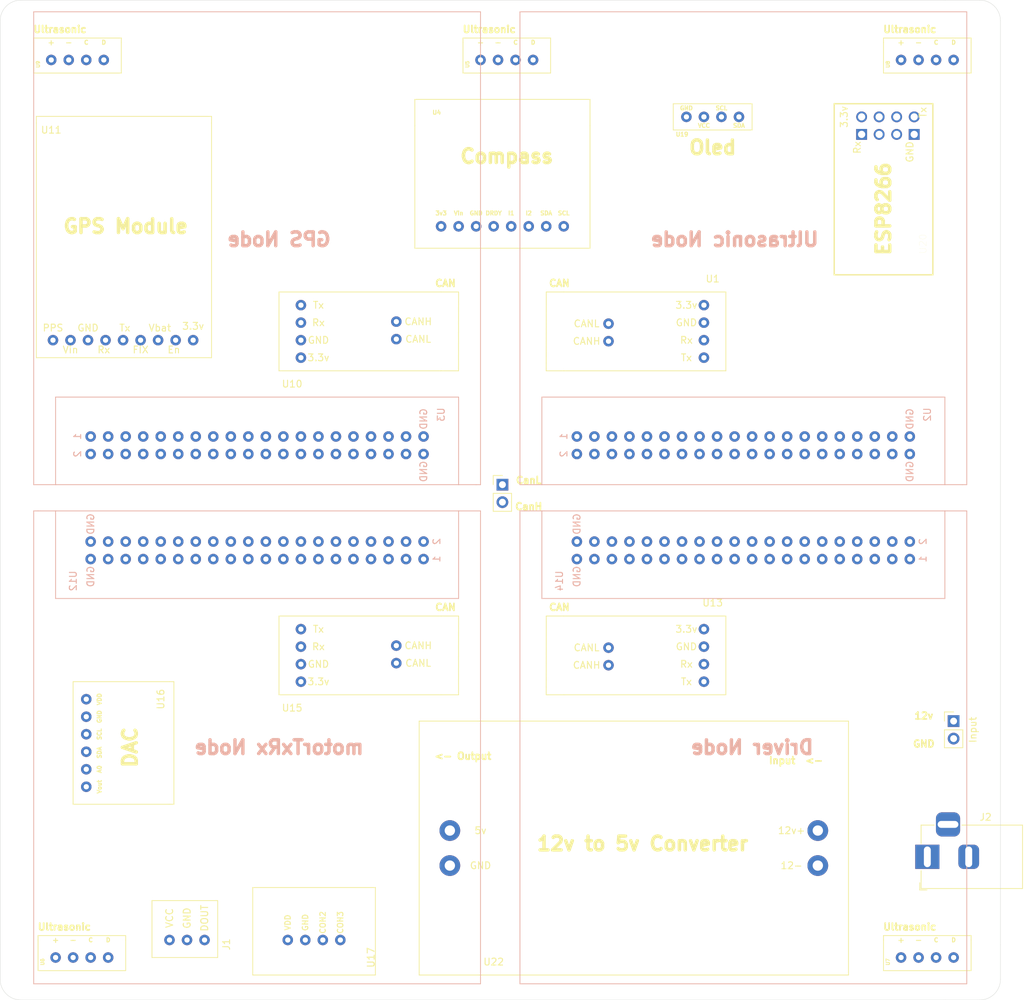
<source format=kicad_pcb>
(kicad_pcb (version 20171130) (host pcbnew "(5.1.9)-1")

  (general
    (thickness 1.6)
    (drawings 35)
    (tracks 0)
    (zones 0)
    (modules 24)
    (nets 169)
  )

  (page A4)
  (layers
    (0 F.Cu signal)
    (31 B.Cu signal)
    (32 B.Adhes user)
    (33 F.Adhes user)
    (34 B.Paste user)
    (35 F.Paste user)
    (36 B.SilkS user)
    (37 F.SilkS user)
    (38 B.Mask user)
    (39 F.Mask user)
    (40 Dwgs.User user)
    (41 Cmts.User user)
    (42 Eco1.User user)
    (43 Eco2.User user)
    (44 Edge.Cuts user)
    (45 Margin user)
    (46 B.CrtYd user)
    (47 F.CrtYd user)
    (48 B.Fab user)
    (49 F.Fab user)
  )

  (setup
    (last_trace_width 0.4)
    (trace_clearance 0.2)
    (zone_clearance 0.508)
    (zone_45_only no)
    (trace_min 0.2)
    (via_size 0.8)
    (via_drill 0.4)
    (via_min_size 0.4)
    (via_min_drill 0.3)
    (uvia_size 0.3)
    (uvia_drill 0.1)
    (uvias_allowed no)
    (uvia_min_size 0.2)
    (uvia_min_drill 0.1)
    (edge_width 0.05)
    (segment_width 0.2)
    (pcb_text_width 0.3)
    (pcb_text_size 1.5 1.5)
    (mod_edge_width 0.12)
    (mod_text_size 1 1)
    (mod_text_width 0.15)
    (pad_size 1.524 1.524)
    (pad_drill 0.762)
    (pad_to_mask_clearance 0)
    (aux_axis_origin 0 0)
    (visible_elements 7FFFF7FF)
    (pcbplotparams
      (layerselection 0x010fc_ffffffff)
      (usegerberextensions false)
      (usegerberattributes true)
      (usegerberadvancedattributes true)
      (creategerberjobfile true)
      (excludeedgelayer true)
      (linewidth 0.100000)
      (plotframeref false)
      (viasonmask false)
      (mode 1)
      (useauxorigin false)
      (hpglpennumber 1)
      (hpglpenspeed 20)
      (hpglpendiameter 15.000000)
      (psnegative false)
      (psa4output false)
      (plotreference true)
      (plotvalue true)
      (plotinvisibletext false)
      (padsonsilk false)
      (subtractmaskfromsilk false)
      (outputformat 1)
      (mirror false)
      (drillshape 1)
      (scaleselection 1)
      (outputdirectory ""))
  )

  (net 0 "")
  (net 1 outEnc)
  (net 2 GND)
  (net 3 "Net-(J2-Pad1)")
  (net 4 "Net-(J2-Pad2)")
  (net 5 canRX)
  (net 6 canTX)
  (net 7 CANL)
  (net 8 CANH)
  (net 9 "Net-(U2-Pad1)")
  (net 10 5v)
  (net 11 "Net-(U2-Pad3)")
  (net 12 "Net-(U2-Pad5)")
  (net 13 "Net-(U2-Pad6)")
  (net 14 "Net-(U2-Pad7)")
  (net 15 "Net-(U2-Pad8)")
  (net 16 "Net-(U2-Pad9)")
  (net 17 "Net-(U2-Pad10)")
  (net 18 "Net-(U2-Pad11)")
  (net 19 "Net-(U2-Pad12)")
  (net 20 "Net-(U2-Pad13)")
  (net 21 "Net-(U2-Pad14)")
  (net 22 "Net-(U2-Pad15)")
  (net 23 "Net-(U2-Pad16)")
  (net 24 "Net-(U2-Pad17)")
  (net 25 "Net-(U2-Pad18)")
  (net 26 "Net-(U2-Pad19)")
  (net 27 "Net-(U2-Pad20)")
  (net 28 "Net-(U2-Pad21)")
  (net 29 "Net-(U2-Pad22)")
  (net 30 "Net-(U2-Pad23)")
  (net 31 "Net-(U2-Pad24)")
  (net 32 "Net-(U2-Pad25)")
  (net 33 "Net-(U2-Pad26)")
  (net 34 "Net-(U2-Pad27)")
  (net 35 "Net-(U2-Pad28)")
  (net 36 "Net-(U2-Pad29)")
  (net 37 "Net-(U2-Pad32)")
  (net 38 "Net-(U2-Pad33)")
  (net 39 "Net-(U2-Pad34)")
  (net 40 SDA)
  (net 41 SCL)
  (net 42 gpsTxGpsNode)
  (net 43 gpsRxGpsNode)
  (net 44 canRxGpsNode)
  (net 45 canTxGpsNode)
  (net 46 "Net-(U3-Pad34)")
  (net 47 "Net-(U3-Pad33)")
  (net 48 "Net-(U3-Pad32)")
  (net 49 "Net-(U3-Pad31)")
  (net 50 "Net-(U3-Pad30)")
  (net 51 "Net-(U3-Pad29)")
  (net 52 "Net-(U3-Pad28)")
  (net 53 "Net-(U3-Pad27)")
  (net 54 "Net-(U3-Pad26)")
  (net 55 "Net-(U3-Pad25)")
  (net 56 "Net-(U3-Pad24)")
  (net 57 "Net-(U3-Pad23)")
  (net 58 "Net-(U3-Pad22)")
  (net 59 "Net-(U3-Pad21)")
  (net 60 "Net-(U3-Pad20)")
  (net 61 "Net-(U3-Pad19)")
  (net 62 "Net-(U3-Pad18)")
  (net 63 "Net-(U3-Pad17)")
  (net 64 compSCA)
  (net 65 compSCL)
  (net 66 "Net-(U3-Pad14)")
  (net 67 "Net-(U3-Pad13)")
  (net 68 "Net-(U3-Pad12)")
  (net 69 "Net-(U3-Pad11)")
  (net 70 "Net-(U3-Pad10)")
  (net 71 "Net-(U3-Pad9)")
  (net 72 "Net-(U3-Pad8)")
  (net 73 "Net-(U3-Pad7)")
  (net 74 "Net-(U3-Pad6)")
  (net 75 "Net-(U3-Pad5)")
  (net 76 "Net-(U3-Pad3)")
  (net 77 "Net-(U3-Pad1)")
  (net 78 "Net-(U4-Pad2)")
  (net 79 "Net-(U4-Pad3)")
  (net 80 "Net-(U4-Pad4)")
  (net 81 "Net-(U4-Pad6)")
  (net 82 "Net-(U11-Pad1)")
  (net 83 "Net-(U11-Pad2)")
  (net 84 "Net-(U11-Pad3)")
  (net 85 "Net-(U11-Pad7)")
  (net 86 "Net-(U11-Pad8)")
  (net 87 "Net-(U12-Pad1)")
  (net 88 "Net-(U12-Pad3)")
  (net 89 "Net-(U12-Pad5)")
  (net 90 "Net-(U12-Pad6)")
  (net 91 "Net-(U12-Pad7)")
  (net 92 "Net-(U12-Pad8)")
  (net 93 "Net-(U12-Pad9)")
  (net 94 "Net-(U12-Pad10)")
  (net 95 "Net-(U12-Pad11)")
  (net 96 "Net-(U12-Pad12)")
  (net 97 com3)
  (net 98 "Net-(U12-Pad14)")
  (net 99 "Net-(U12-Pad15)")
  (net 100 "Net-(U12-Pad16)")
  (net 101 "Net-(U12-Pad17)")
  (net 102 "Net-(U12-Pad18)")
  (net 103 "Net-(U12-Pad19)")
  (net 104 "Net-(U12-Pad20)")
  (net 105 "Net-(U12-Pad21)")
  (net 106 "Net-(U12-Pad22)")
  (net 107 "Net-(U12-Pad23)")
  (net 108 "Net-(U12-Pad24)")
  (net 109 "Net-(U12-Pad25)")
  (net 110 "Net-(U12-Pad26)")
  (net 111 "Net-(U12-Pad27)")
  (net 112 "Net-(U12-Pad28)")
  (net 113 "Net-(U12-Pad29)")
  (net 114 "Net-(U12-Pad30)")
  (net 115 "Net-(U12-Pad31)")
  (net 116 "Net-(U12-Pad32)")
  (net 117 "Net-(U12-Pad33)")
  (net 118 canTxcomp)
  (net 119 canRxcomp)
  (net 120 SDAdac)
  (net 121 SCLdac)
  (net 122 canTxDrNd)
  (net 123 canRxDrNd)
  (net 124 "Net-(U14-Pad1)")
  (net 125 "Net-(U14-Pad3)")
  (net 126 "Net-(U14-Pad5)")
  (net 127 "Net-(U14-Pad6)")
  (net 128 "Net-(U14-Pad7)")
  (net 129 "Net-(U14-Pad8)")
  (net 130 "Net-(U14-Pad9)")
  (net 131 "Net-(U14-Pad10)")
  (net 132 "Net-(U14-Pad11)")
  (net 133 "Net-(U14-Pad12)")
  (net 134 "Net-(U14-Pad13)")
  (net 135 "Net-(U14-Pad14)")
  (net 136 "Net-(U14-Pad17)")
  (net 137 "Net-(U14-Pad18)")
  (net 138 "Net-(U14-Pad19)")
  (net 139 "Net-(U14-Pad20)")
  (net 140 "Net-(U14-Pad21)")
  (net 141 "Net-(U14-Pad22)")
  (net 142 "Net-(U14-Pad23)")
  (net 143 "Net-(U14-Pad24)")
  (net 144 "Net-(U14-Pad25)")
  (net 145 "Net-(U14-Pad26)")
  (net 146 "Net-(U14-Pad27)")
  (net 147 "Net-(U14-Pad28)")
  (net 148 "Net-(U14-Pad29)")
  (net 149 "Net-(U14-Pad30)")
  (net 150 "Net-(U14-Pad31)")
  (net 151 "Net-(U14-Pad32)")
  (net 152 "Net-(U14-Pad33)")
  (net 153 "Net-(U14-Pad34)")
  (net 154 "Net-(U14-Pad37)")
  (net 155 "Net-(U14-Pad38)")
  (net 156 "Net-(U16-Pad6)")
  (net 157 oledSCL)
  (net 158 oledSDA)
  (net 159 wifiRx)
  (net 160 "Net-(U20-Pad1)")
  (net 161 "Net-(U20-Pad2)")
  (net 162 wifiTx)
  (net 163 "Net-(U20-Pad6)")
  (net 164 3.3vDACNode)
  (net 165 3.3vUlSo)
  (net 166 3.3vGPSNode)
  (net 167 3.3vDriverNode)
  (net 168 3.3vbridgeNode)

  (net_class Default "This is the default net class."
    (clearance 0.2)
    (trace_width 0.4)
    (via_dia 0.8)
    (via_drill 0.4)
    (uvia_dia 0.3)
    (uvia_drill 0.1)
    (add_net "Net-(J2-Pad1)")
    (add_net "Net-(J2-Pad2)")
    (add_net "Net-(U11-Pad1)")
    (add_net "Net-(U11-Pad2)")
    (add_net "Net-(U11-Pad3)")
    (add_net "Net-(U11-Pad7)")
    (add_net "Net-(U11-Pad8)")
    (add_net "Net-(U12-Pad1)")
    (add_net "Net-(U12-Pad10)")
    (add_net "Net-(U12-Pad11)")
    (add_net "Net-(U12-Pad12)")
    (add_net "Net-(U12-Pad14)")
    (add_net "Net-(U12-Pad15)")
    (add_net "Net-(U12-Pad16)")
    (add_net "Net-(U12-Pad17)")
    (add_net "Net-(U12-Pad18)")
    (add_net "Net-(U12-Pad19)")
    (add_net "Net-(U12-Pad20)")
    (add_net "Net-(U12-Pad21)")
    (add_net "Net-(U12-Pad22)")
    (add_net "Net-(U12-Pad23)")
    (add_net "Net-(U12-Pad24)")
    (add_net "Net-(U12-Pad25)")
    (add_net "Net-(U12-Pad26)")
    (add_net "Net-(U12-Pad27)")
    (add_net "Net-(U12-Pad28)")
    (add_net "Net-(U12-Pad29)")
    (add_net "Net-(U12-Pad3)")
    (add_net "Net-(U12-Pad30)")
    (add_net "Net-(U12-Pad31)")
    (add_net "Net-(U12-Pad32)")
    (add_net "Net-(U12-Pad33)")
    (add_net "Net-(U12-Pad5)")
    (add_net "Net-(U12-Pad6)")
    (add_net "Net-(U12-Pad7)")
    (add_net "Net-(U12-Pad8)")
    (add_net "Net-(U12-Pad9)")
    (add_net "Net-(U14-Pad1)")
    (add_net "Net-(U14-Pad10)")
    (add_net "Net-(U14-Pad11)")
    (add_net "Net-(U14-Pad12)")
    (add_net "Net-(U14-Pad13)")
    (add_net "Net-(U14-Pad14)")
    (add_net "Net-(U14-Pad17)")
    (add_net "Net-(U14-Pad18)")
    (add_net "Net-(U14-Pad19)")
    (add_net "Net-(U14-Pad20)")
    (add_net "Net-(U14-Pad21)")
    (add_net "Net-(U14-Pad22)")
    (add_net "Net-(U14-Pad23)")
    (add_net "Net-(U14-Pad24)")
    (add_net "Net-(U14-Pad25)")
    (add_net "Net-(U14-Pad26)")
    (add_net "Net-(U14-Pad27)")
    (add_net "Net-(U14-Pad28)")
    (add_net "Net-(U14-Pad29)")
    (add_net "Net-(U14-Pad3)")
    (add_net "Net-(U14-Pad30)")
    (add_net "Net-(U14-Pad31)")
    (add_net "Net-(U14-Pad32)")
    (add_net "Net-(U14-Pad33)")
    (add_net "Net-(U14-Pad34)")
    (add_net "Net-(U14-Pad37)")
    (add_net "Net-(U14-Pad38)")
    (add_net "Net-(U14-Pad5)")
    (add_net "Net-(U14-Pad6)")
    (add_net "Net-(U14-Pad7)")
    (add_net "Net-(U14-Pad8)")
    (add_net "Net-(U14-Pad9)")
    (add_net "Net-(U16-Pad6)")
    (add_net "Net-(U2-Pad1)")
    (add_net "Net-(U2-Pad10)")
    (add_net "Net-(U2-Pad11)")
    (add_net "Net-(U2-Pad12)")
    (add_net "Net-(U2-Pad13)")
    (add_net "Net-(U2-Pad14)")
    (add_net "Net-(U2-Pad15)")
    (add_net "Net-(U2-Pad16)")
    (add_net "Net-(U2-Pad17)")
    (add_net "Net-(U2-Pad18)")
    (add_net "Net-(U2-Pad19)")
    (add_net "Net-(U2-Pad20)")
    (add_net "Net-(U2-Pad21)")
    (add_net "Net-(U2-Pad22)")
    (add_net "Net-(U2-Pad23)")
    (add_net "Net-(U2-Pad24)")
    (add_net "Net-(U2-Pad25)")
    (add_net "Net-(U2-Pad26)")
    (add_net "Net-(U2-Pad27)")
    (add_net "Net-(U2-Pad28)")
    (add_net "Net-(U2-Pad29)")
    (add_net "Net-(U2-Pad3)")
    (add_net "Net-(U2-Pad32)")
    (add_net "Net-(U2-Pad33)")
    (add_net "Net-(U2-Pad34)")
    (add_net "Net-(U2-Pad5)")
    (add_net "Net-(U2-Pad6)")
    (add_net "Net-(U2-Pad7)")
    (add_net "Net-(U2-Pad8)")
    (add_net "Net-(U2-Pad9)")
    (add_net "Net-(U20-Pad1)")
    (add_net "Net-(U20-Pad2)")
    (add_net "Net-(U20-Pad6)")
    (add_net "Net-(U3-Pad1)")
    (add_net "Net-(U3-Pad10)")
    (add_net "Net-(U3-Pad11)")
    (add_net "Net-(U3-Pad12)")
    (add_net "Net-(U3-Pad13)")
    (add_net "Net-(U3-Pad14)")
    (add_net "Net-(U3-Pad17)")
    (add_net "Net-(U3-Pad18)")
    (add_net "Net-(U3-Pad19)")
    (add_net "Net-(U3-Pad20)")
    (add_net "Net-(U3-Pad21)")
    (add_net "Net-(U3-Pad22)")
    (add_net "Net-(U3-Pad23)")
    (add_net "Net-(U3-Pad24)")
    (add_net "Net-(U3-Pad25)")
    (add_net "Net-(U3-Pad26)")
    (add_net "Net-(U3-Pad27)")
    (add_net "Net-(U3-Pad28)")
    (add_net "Net-(U3-Pad29)")
    (add_net "Net-(U3-Pad3)")
    (add_net "Net-(U3-Pad30)")
    (add_net "Net-(U3-Pad31)")
    (add_net "Net-(U3-Pad32)")
    (add_net "Net-(U3-Pad33)")
    (add_net "Net-(U3-Pad34)")
    (add_net "Net-(U3-Pad5)")
    (add_net "Net-(U3-Pad6)")
    (add_net "Net-(U3-Pad7)")
    (add_net "Net-(U3-Pad8)")
    (add_net "Net-(U3-Pad9)")
    (add_net "Net-(U4-Pad2)")
    (add_net "Net-(U4-Pad3)")
    (add_net "Net-(U4-Pad4)")
    (add_net "Net-(U4-Pad6)")
    (add_net SCL)
    (add_net SCLdac)
    (add_net SDA)
    (add_net SDAdac)
    (add_net canRX)
    (add_net canRxDrNd)
    (add_net canRxGpsNode)
    (add_net canRxcomp)
    (add_net canTX)
    (add_net canTxDrNd)
    (add_net canTxGpsNode)
    (add_net canTxcomp)
    (add_net com3)
    (add_net compSCA)
    (add_net compSCL)
    (add_net gpsRxGpsNode)
    (add_net gpsTxGpsNode)
    (add_net oledSCL)
    (add_net oledSDA)
    (add_net outEnc)
    (add_net wifiRx)
    (add_net wifiTx)
  )

  (net_class Power ""
    (clearance 0.3)
    (trace_width 1)
    (via_dia 1.4)
    (via_drill 0.8)
    (uvia_dia 0.6)
    (uvia_drill 0.1)
    (add_net 3.3vDACNode)
    (add_net 3.3vDriverNode)
    (add_net 3.3vGPSNode)
    (add_net 3.3vUlSo)
    (add_net 3.3vbridgeNode)
    (add_net 5v)
    (add_net CANH)
    (add_net CANL)
    (add_net GND)
  )

  (module myFootprint:WheelEncoder (layer F.Cu) (tedit 608A4A92) (tstamp 608ACCF2)
    (at 44.45 156.21 180)
    (path /607F3B01)
    (fp_text reference J1 (at -6.35 -1.905 270) (layer F.SilkS)
      (effects (font (size 1 1) (thickness 0.15)))
    )
    (fp_text value "Wheel Encoder" (at -0.635 -3.175) (layer F.Fab)
      (effects (font (size 0.6 0.6) (thickness 0.15)))
    )
    (fp_line (start 4.445 -3.81) (end 4.445 4.445) (layer F.SilkS) (width 0.12))
    (fp_line (start 4.445 4.445) (end -5.08 4.445) (layer F.SilkS) (width 0.12))
    (fp_line (start -5.08 4.445) (end -5.08 -3.81) (layer F.SilkS) (width 0.12))
    (fp_line (start -5.08 -3.81) (end 4.445 -3.81) (layer F.SilkS) (width 0.12))
    (fp_text user VCC (at 1.905 1.905 270) (layer F.SilkS)
      (effects (font (size 1 1) (thickness 0.15)))
    )
    (fp_text user GND (at -0.635 1.905 270) (layer F.SilkS)
      (effects (font (size 1 1) (thickness 0.15)))
    )
    (fp_text user DOUT (at -3.175 1.905 270) (layer F.SilkS)
      (effects (font (size 1 1) (thickness 0.15)))
    )
    (pad 1 thru_hole circle (at 1.905 -1.27 90) (size 1.524 1.524) (drill 0.762) (layers *.Cu *.Mask)
      (net 10 5v))
    (pad 2 thru_hole circle (at -0.635 -1.27 90) (size 1.524 1.524) (drill 0.762) (layers *.Cu *.Mask)
      (net 2 GND))
    (pad 3 thru_hole circle (at -3.175 -1.27 90) (size 1.524 1.524) (drill 0.762) (layers *.Cu *.Mask)
      (net 1 outEnc))
  )

  (module myFootprint:BarrelJack_Horizontal (layer F.Cu) (tedit 608A53AF) (tstamp 608ACD15)
    (at 152.4 145.415 180)
    (descr "DC Barrel Jack")
    (tags "Power Jack")
    (path /60841F9D)
    (fp_text reference J2 (at -8.45 5.75) (layer F.SilkS)
      (effects (font (size 1 1) (thickness 0.15)))
    )
    (fp_text value Jack-DC (at -6.2 -5.5) (layer F.Fab)
      (effects (font (size 1 1) (thickness 0.15)))
    )
    (fp_line (start -0.003213 -4.505425) (end 0.8 -3.75) (layer F.Fab) (width 0.1))
    (fp_line (start 1.1 -3.75) (end 1.1 -4.8) (layer F.SilkS) (width 0.12))
    (fp_line (start 0.05 -4.8) (end 1.1 -4.8) (layer F.SilkS) (width 0.12))
    (fp_line (start 1 -4.5) (end 1 -4.75) (layer F.CrtYd) (width 0.05))
    (fp_line (start 1 -4.75) (end -14 -4.75) (layer F.CrtYd) (width 0.05))
    (fp_line (start 1 -4.5) (end 1 -2) (layer F.CrtYd) (width 0.05))
    (fp_line (start 1 -2) (end 2 -2) (layer F.CrtYd) (width 0.05))
    (fp_line (start 2 -2) (end 2 2) (layer F.CrtYd) (width 0.05))
    (fp_line (start 2 2) (end 1 2) (layer F.CrtYd) (width 0.05))
    (fp_line (start 1 2) (end 1 4.75) (layer F.CrtYd) (width 0.05))
    (fp_line (start 1 4.75) (end -1 4.75) (layer F.CrtYd) (width 0.05))
    (fp_line (start -1 4.75) (end -1 6.75) (layer F.CrtYd) (width 0.05))
    (fp_line (start -1 6.75) (end -5 6.75) (layer F.CrtYd) (width 0.05))
    (fp_line (start -5 6.75) (end -5 4.75) (layer F.CrtYd) (width 0.05))
    (fp_line (start -5 4.75) (end -14 4.75) (layer F.CrtYd) (width 0.05))
    (fp_line (start -14 4.75) (end -14 -4.75) (layer F.CrtYd) (width 0.05))
    (fp_line (start -5 4.6) (end -13.8 4.6) (layer F.SilkS) (width 0.12))
    (fp_line (start -13.8 4.6) (end -13.8 -4.6) (layer F.SilkS) (width 0.12))
    (fp_line (start 0.9 1.9) (end 0.9 4.6) (layer F.SilkS) (width 0.12))
    (fp_line (start 0.9 4.6) (end -1 4.6) (layer F.SilkS) (width 0.12))
    (fp_line (start -13.8 -4.6) (end 0.9 -4.6) (layer F.SilkS) (width 0.12))
    (fp_line (start 0.9 -4.6) (end 0.9 -2) (layer F.SilkS) (width 0.12))
    (fp_line (start -10.2 -4.5) (end -10.2 4.5) (layer F.Fab) (width 0.1))
    (fp_line (start -13.7 -4.5) (end -13.7 4.5) (layer F.Fab) (width 0.1))
    (fp_line (start -13.7 4.5) (end 0.8 4.5) (layer F.Fab) (width 0.1))
    (fp_line (start 0.8 4.5) (end 0.8 -3.75) (layer F.Fab) (width 0.1))
    (fp_line (start 0 -4.5) (end -13.7 -4.5) (layer F.Fab) (width 0.1))
    (fp_text user %R (at -3 -2.95) (layer F.Fab)
      (effects (font (size 1 1) (thickness 0.15)))
    )
    (pad 1 thru_hole rect (at 0 0 180) (size 3.5 3.5) (drill oval 1 3) (layers *.Cu *.Mask)
      (net 3 "Net-(J2-Pad1)"))
    (pad 2 thru_hole roundrect (at -6 0 180) (size 3 3.5) (drill oval 1 3) (layers *.Cu *.Mask) (roundrect_rratio 0.25)
      (net 4 "Net-(J2-Pad2)"))
    (pad 2 thru_hole roundrect (at -3 4.7 180) (size 3.5 3.5) (drill oval 3 1) (layers *.Cu *.Mask) (roundrect_rratio 0.25)
      (net 4 "Net-(J2-Pad2)"))
    (model ${KISYS3DMOD}/Connector_BarrelJack.3dshapes/BarrelJack_Horizontal.wrl
      (at (xyz 0 0 0))
      (scale (xyz 1 1 1))
      (rotate (xyz 0 0 0))
    )
  )

  (module Connector_PinHeader_2.54mm:PinHeader_1x02_P2.54mm_Vertical (layer F.Cu) (tedit 59FED5CC) (tstamp 608ACD2B)
    (at 90.805 91.44)
    (descr "Through hole straight pin header, 1x02, 2.54mm pitch, single row")
    (tags "Through hole pin header THT 1x02 2.54mm single row")
    (path /608CB3ED)
    (fp_text reference J3 (at 0 -2.33) (layer F.SilkS) hide
      (effects (font (size 1 1) (thickness 0.15)))
    )
    (fp_text value CanHL (at 0 4.87) (layer F.Fab)
      (effects (font (size 1 1) (thickness 0.15)))
    )
    (fp_line (start 1.8 -1.8) (end -1.8 -1.8) (layer F.CrtYd) (width 0.05))
    (fp_line (start 1.8 4.35) (end 1.8 -1.8) (layer F.CrtYd) (width 0.05))
    (fp_line (start -1.8 4.35) (end 1.8 4.35) (layer F.CrtYd) (width 0.05))
    (fp_line (start -1.8 -1.8) (end -1.8 4.35) (layer F.CrtYd) (width 0.05))
    (fp_line (start -1.33 -1.33) (end 0 -1.33) (layer F.SilkS) (width 0.12))
    (fp_line (start -1.33 0) (end -1.33 -1.33) (layer F.SilkS) (width 0.12))
    (fp_line (start -1.33 1.27) (end 1.33 1.27) (layer F.SilkS) (width 0.12))
    (fp_line (start 1.33 1.27) (end 1.33 3.87) (layer F.SilkS) (width 0.12))
    (fp_line (start -1.33 1.27) (end -1.33 3.87) (layer F.SilkS) (width 0.12))
    (fp_line (start -1.33 3.87) (end 1.33 3.87) (layer F.SilkS) (width 0.12))
    (fp_line (start -1.27 -0.635) (end -0.635 -1.27) (layer F.Fab) (width 0.1))
    (fp_line (start -1.27 3.81) (end -1.27 -0.635) (layer F.Fab) (width 0.1))
    (fp_line (start 1.27 3.81) (end -1.27 3.81) (layer F.Fab) (width 0.1))
    (fp_line (start 1.27 -1.27) (end 1.27 3.81) (layer F.Fab) (width 0.1))
    (fp_line (start -0.635 -1.27) (end 1.27 -1.27) (layer F.Fab) (width 0.1))
    (fp_text user %R (at 0 1.27 90) (layer F.Fab)
      (effects (font (size 1 1) (thickness 0.15)))
    )
    (pad 1 thru_hole rect (at 0 0) (size 1.7 1.7) (drill 1) (layers *.Cu *.Mask)
      (net 7 CANL))
    (pad 2 thru_hole oval (at 0 2.54) (size 1.7 1.7) (drill 1) (layers *.Cu *.Mask)
      (net 8 CANH))
    (model ${KISYS3DMOD}/Connector_PinHeader_2.54mm.3dshapes/PinHeader_1x02_P2.54mm_Vertical.wrl
      (at (xyz 0 0 0))
      (scale (xyz 1 1 1))
      (rotate (xyz 0 0 0))
    )
  )

  (module myFootprint:can (layer F.Cu) (tedit 608A51D4) (tstamp 608ACD41)
    (at 110.49 69.215)
    (path /607BC269)
    (fp_text reference U1 (at 10.795 -7.62 180) (layer F.SilkS)
      (effects (font (size 1 1) (thickness 0.15)))
    )
    (fp_text value can (at 0.635 0 270) (layer F.Fab)
      (effects (font (size 1 1) (thickness 0.15)))
    )
    (fp_line (start -10.795 -5.715) (end 12.7 -5.715) (layer F.SilkS) (width 0.12))
    (fp_line (start 12.7 5.715) (end -10.795 5.715) (layer F.SilkS) (width 0.12))
    (fp_line (start 12.7 -5.715) (end 12.7 5.715) (layer F.SilkS) (width 0.12))
    (fp_line (start -13.325 -5.705) (end -13.335 5.715) (layer F.SilkS) (width 0.12))
    (fp_line (start -13.335 5.715) (end -10.795 5.715) (layer F.SilkS) (width 0.12))
    (fp_line (start -10.795 -5.715) (end -13.335 -5.715) (layer F.SilkS) (width 0.12))
    (fp_text user CANL (at -7.48 -1.12 180) (layer F.SilkS)
      (effects (font (size 1 1) (thickness 0.15)))
    )
    (fp_text user CANH (at -7.48 1.42 180) (layer F.SilkS)
      (effects (font (size 1 1) (thickness 0.15)))
    )
    (fp_text user Tx (at 6.985 3.81 180) (layer F.SilkS)
      (effects (font (size 1 1) (thickness 0.15)))
    )
    (fp_text user Rx (at 6.985 1.27 180) (layer F.SilkS)
      (effects (font (size 1 1) (thickness 0.15)))
    )
    (fp_text user GND (at 6.985 -1.27 180) (layer F.SilkS)
      (effects (font (size 1 1) (thickness 0.15)))
    )
    (fp_text user 3.3v (at 6.985 -3.81 180) (layer F.SilkS)
      (effects (font (size 1 1) (thickness 0.15)))
    )
    (pad 4 thru_hole circle (at -4.305 -1.12 180) (size 1.524 1.524) (drill 0.762) (layers *.Cu *.Mask)
      (net 7 CANL))
    (pad 5 thru_hole circle (at -4.305 1.42 180) (size 1.524 1.524) (drill 0.762) (layers *.Cu *.Mask)
      (net 8 CANH))
    (pad 3 thru_hole circle (at 9.525 -3.81 180) (size 1.524 1.524) (drill 0.762) (layers *.Cu *.Mask)
      (net 165 3.3vUlSo))
    (pad 0 thru_hole circle (at 9.525 3.81 180) (size 1.524 1.524) (drill 0.762) (layers *.Cu *.Mask)
      (net 6 canTX))
    (pad 1 thru_hole circle (at 9.525 1.27 180) (size 1.524 1.524) (drill 0.762) (layers *.Cu *.Mask)
      (net 5 canRX))
    (pad 2 thru_hole circle (at 9.525 -1.27 180) (size 1.524 1.524) (drill 0.762) (layers *.Cu *.Mask)
      (net 2 GND))
  )

  (module myFootprint:compass (layer F.Cu) (tedit 608A4C5D) (tstamp 608ACDCF)
    (at 90.17 44.45 180)
    (path /6081FA7F)
    (fp_text reference U4 (at 8.89 6.985 180) (layer F.SilkS)
      (effects (font (size 0.6 0.6) (thickness 0.15)))
    )
    (fp_text value Compass (at -9.525 6.985 180) (layer F.Fab)
      (effects (font (size 1 1) (thickness 0.15)))
    )
    (fp_line (start 12.065 8.89) (end 12.065 5.08) (layer F.SilkS) (width 0.12))
    (fp_line (start -13.335 8.89) (end 12.065 8.89) (layer F.SilkS) (width 0.12))
    (fp_line (start -13.335 5.08) (end -13.335 8.89) (layer F.SilkS) (width 0.12))
    (fp_line (start 12.065 -12.7) (end -13.335 -12.7) (layer F.SilkS) (width 0.12))
    (fp_line (start -13.335 -12.7) (end -13.335 5.08) (layer F.SilkS) (width 0.12))
    (fp_line (start 12.065 5.08) (end 12.065 -12.7) (layer F.SilkS) (width 0.12))
    (fp_text user SCL (at -9.525 -7.62) (layer F.SilkS)
      (effects (font (size 0.6 0.6) (thickness 0.15)))
    )
    (fp_text user SDA (at -6.985 -7.62) (layer F.SilkS)
      (effects (font (size 0.6 0.6) (thickness 0.15)))
    )
    (fp_text user I2 (at -4.445 -7.62) (layer F.SilkS)
      (effects (font (size 0.6 0.6) (thickness 0.15)))
    )
    (fp_text user I1 (at -1.905 -7.62) (layer F.SilkS)
      (effects (font (size 0.6 0.6) (thickness 0.15)))
    )
    (fp_text user DRDY (at 0.635 -7.62) (layer F.SilkS)
      (effects (font (size 0.6 0.6) (thickness 0.15)))
    )
    (fp_text user GND (at 3.175 -7.62) (layer F.SilkS)
      (effects (font (size 0.6 0.6) (thickness 0.15)))
    )
    (fp_text user Vin (at 5.715 -7.62) (layer F.SilkS)
      (effects (font (size 0.6 0.6) (thickness 0.15)))
    )
    (fp_text user 3v3 (at 8.255 -7.62) (layer F.SilkS)
      (effects (font (size 0.6 0.6) (thickness 0.15)))
    )
    (pad 1 thru_hole circle (at -6.985 -9.525 180) (size 1.524 1.524) (drill 0.762) (layers *.Cu *.Mask)
      (net 64 compSCA))
    (pad 2 thru_hole circle (at -4.445 -9.525 180) (size 1.524 1.524) (drill 0.762) (layers *.Cu *.Mask)
      (net 78 "Net-(U4-Pad2)"))
    (pad 3 thru_hole circle (at -1.905 -9.525 180) (size 1.524 1.524) (drill 0.762) (layers *.Cu *.Mask)
      (net 79 "Net-(U4-Pad3)"))
    (pad 4 thru_hole circle (at 0.635 -9.525 180) (size 1.524 1.524) (drill 0.762) (layers *.Cu *.Mask)
      (net 80 "Net-(U4-Pad4)"))
    (pad 5 thru_hole circle (at 3.175 -9.525 180) (size 1.524 1.524) (drill 0.762) (layers *.Cu *.Mask)
      (net 2 GND))
    (pad 6 thru_hole circle (at 5.715 -9.525 180) (size 1.524 1.524) (drill 0.762) (layers *.Cu *.Mask)
      (net 81 "Net-(U4-Pad6)"))
    (pad 7 thru_hole circle (at 8.255 -9.525 180) (size 1.524 1.524) (drill 0.762) (layers *.Cu *.Mask)
      (net 166 3.3vGPSNode))
    (pad 0 thru_hole circle (at -9.525 -9.525 180) (size 1.524 1.524) (drill 0.762) (layers *.Cu *.Mask)
      (net 65 compSCL))
  )

  (module myFootprint:ultrasonic (layer F.Cu) (tedit 608A4F2C) (tstamp 608ACDE1)
    (at 91.44 29.845)
    (path /607B7CAD)
    (fp_text reference U5 (at -5.715 0.635 90) (layer F.SilkS)
      (effects (font (size 0.5 0.5) (thickness 0.125)))
    )
    (fp_text value ultrasonic (at -2.54 -4.445) (layer F.Fab)
      (effects (font (size 1 1) (thickness 0.15)))
    )
    (fp_line (start 6.35 1.905) (end 6.35 -2.54) (layer F.SilkS) (width 0.12))
    (fp_line (start -6.35 1.905) (end -6.35 -2.54) (layer F.SilkS) (width 0.12))
    (fp_line (start -6.35 1.905) (end 6.35 1.905) (layer F.SilkS) (width 0.12))
    (fp_line (start 6.35 -2.54) (end 6.35 -3.175) (layer F.SilkS) (width 0.12))
    (fp_line (start 6.35 -3.175) (end -6.35 -3.175) (layer F.SilkS) (width 0.12))
    (fp_line (start -6.35 -3.175) (end -6.35 -2.54) (layer F.SilkS) (width 0.12))
    (fp_text user + (at -3.81 -2.54) (layer F.SilkS)
      (effects (font (size 0.8 0.8) (thickness 0.15)))
    )
    (fp_text user - (at -1.27 -2.54) (layer F.SilkS)
      (effects (font (size 0.8 0.8) (thickness 0.15)))
    )
    (fp_text user C (at 1.27 -2.54) (layer F.SilkS)
      (effects (font (size 0.6 0.6) (thickness 0.15)))
    )
    (fp_text user D (at 3.81 -2.54) (layer F.SilkS)
      (effects (font (size 0.6 0.6) (thickness 0.15)))
    )
    (pad 2 thru_hole circle (at -1.27 0) (size 1.524 1.524) (drill 0.762) (layers *.Cu *.Mask)
      (net 2 GND))
    (pad 3 thru_hole circle (at 1.27 0) (size 1.524 1.524) (drill 0.762) (layers *.Cu *.Mask)
      (net 41 SCL))
    (pad 4 thru_hole circle (at 3.81 0) (size 1.524 1.524) (drill 0.762) (layers *.Cu *.Mask)
      (net 40 SDA))
    (pad 1 thru_hole circle (at -3.81 0) (size 1.524 1.524) (drill 0.762) (layers *.Cu *.Mask)
      (net 165 3.3vUlSo))
  )

  (module myFootprint:ultrasonic (layer F.Cu) (tedit 608A4F2C) (tstamp 608ACDF3)
    (at 29.845 160.02)
    (path /607B8C42)
    (fp_text reference U6 (at -5.715 0.635 90) (layer F.SilkS)
      (effects (font (size 0.5 0.5) (thickness 0.125)))
    )
    (fp_text value ultrasonic (at -2.54 -4.445) (layer F.Fab)
      (effects (font (size 1 1) (thickness 0.15)))
    )
    (fp_line (start -6.35 -3.175) (end -6.35 -2.54) (layer F.SilkS) (width 0.12))
    (fp_line (start 6.35 -3.175) (end -6.35 -3.175) (layer F.SilkS) (width 0.12))
    (fp_line (start 6.35 -2.54) (end 6.35 -3.175) (layer F.SilkS) (width 0.12))
    (fp_line (start -6.35 1.905) (end 6.35 1.905) (layer F.SilkS) (width 0.12))
    (fp_line (start -6.35 1.905) (end -6.35 -2.54) (layer F.SilkS) (width 0.12))
    (fp_line (start 6.35 1.905) (end 6.35 -2.54) (layer F.SilkS) (width 0.12))
    (fp_text user D (at 3.81 -2.54) (layer F.SilkS)
      (effects (font (size 0.6 0.6) (thickness 0.15)))
    )
    (fp_text user C (at 1.27 -2.54) (layer F.SilkS)
      (effects (font (size 0.6 0.6) (thickness 0.15)))
    )
    (fp_text user - (at -1.27 -2.54) (layer F.SilkS)
      (effects (font (size 0.8 0.8) (thickness 0.15)))
    )
    (fp_text user + (at -3.81 -2.54) (layer F.SilkS)
      (effects (font (size 0.8 0.8) (thickness 0.15)))
    )
    (pad 1 thru_hole circle (at -3.81 0) (size 1.524 1.524) (drill 0.762) (layers *.Cu *.Mask)
      (net 165 3.3vUlSo))
    (pad 4 thru_hole circle (at 3.81 0) (size 1.524 1.524) (drill 0.762) (layers *.Cu *.Mask)
      (net 40 SDA))
    (pad 3 thru_hole circle (at 1.27 0) (size 1.524 1.524) (drill 0.762) (layers *.Cu *.Mask)
      (net 41 SCL))
    (pad 2 thru_hole circle (at -1.27 0) (size 1.524 1.524) (drill 0.762) (layers *.Cu *.Mask)
      (net 2 GND))
  )

  (module myFootprint:ultrasonic (layer F.Cu) (tedit 608A4F2C) (tstamp 608ACE05)
    (at 152.4 160.02)
    (path /607B88FD)
    (fp_text reference U7 (at -5.715 0.635 90) (layer F.SilkS)
      (effects (font (size 0.5 0.5) (thickness 0.125)))
    )
    (fp_text value ultrasonic (at -2.54 -4.445) (layer F.Fab)
      (effects (font (size 1 1) (thickness 0.15)))
    )
    (fp_line (start 6.35 1.905) (end 6.35 -2.54) (layer F.SilkS) (width 0.12))
    (fp_line (start -6.35 1.905) (end -6.35 -2.54) (layer F.SilkS) (width 0.12))
    (fp_line (start -6.35 1.905) (end 6.35 1.905) (layer F.SilkS) (width 0.12))
    (fp_line (start 6.35 -2.54) (end 6.35 -3.175) (layer F.SilkS) (width 0.12))
    (fp_line (start 6.35 -3.175) (end -6.35 -3.175) (layer F.SilkS) (width 0.12))
    (fp_line (start -6.35 -3.175) (end -6.35 -2.54) (layer F.SilkS) (width 0.12))
    (fp_text user + (at -3.81 -2.54) (layer F.SilkS)
      (effects (font (size 0.8 0.8) (thickness 0.15)))
    )
    (fp_text user - (at -1.27 -2.54) (layer F.SilkS)
      (effects (font (size 0.8 0.8) (thickness 0.15)))
    )
    (fp_text user C (at 1.27 -2.54) (layer F.SilkS)
      (effects (font (size 0.6 0.6) (thickness 0.15)))
    )
    (fp_text user D (at 3.81 -2.54) (layer F.SilkS)
      (effects (font (size 0.6 0.6) (thickness 0.15)))
    )
    (pad 2 thru_hole circle (at -1.27 0) (size 1.524 1.524) (drill 0.762) (layers *.Cu *.Mask)
      (net 2 GND))
    (pad 3 thru_hole circle (at 1.27 0) (size 1.524 1.524) (drill 0.762) (layers *.Cu *.Mask)
      (net 41 SCL))
    (pad 4 thru_hole circle (at 3.81 0) (size 1.524 1.524) (drill 0.762) (layers *.Cu *.Mask)
      (net 40 SDA))
    (pad 1 thru_hole circle (at -3.81 0) (size 1.524 1.524) (drill 0.762) (layers *.Cu *.Mask)
      (net 165 3.3vUlSo))
  )

  (module myFootprint:ultrasonic (layer F.Cu) (tedit 608A4F2C) (tstamp 608ACE17)
    (at 152.4 29.845)
    (path /607B8E5B)
    (fp_text reference U8 (at -5.715 0.635 90) (layer F.SilkS)
      (effects (font (size 0.5 0.5) (thickness 0.125)))
    )
    (fp_text value ultrasonic (at -2.54 -4.445) (layer F.Fab)
      (effects (font (size 1 1) (thickness 0.15)))
    )
    (fp_line (start 6.35 1.905) (end 6.35 -2.54) (layer F.SilkS) (width 0.12))
    (fp_line (start -6.35 1.905) (end -6.35 -2.54) (layer F.SilkS) (width 0.12))
    (fp_line (start -6.35 1.905) (end 6.35 1.905) (layer F.SilkS) (width 0.12))
    (fp_line (start 6.35 -2.54) (end 6.35 -3.175) (layer F.SilkS) (width 0.12))
    (fp_line (start 6.35 -3.175) (end -6.35 -3.175) (layer F.SilkS) (width 0.12))
    (fp_line (start -6.35 -3.175) (end -6.35 -2.54) (layer F.SilkS) (width 0.12))
    (fp_text user + (at -3.81 -2.54) (layer F.SilkS)
      (effects (font (size 0.8 0.8) (thickness 0.15)))
    )
    (fp_text user - (at -1.27 -2.54) (layer F.SilkS)
      (effects (font (size 0.8 0.8) (thickness 0.15)))
    )
    (fp_text user C (at 1.27 -2.54) (layer F.SilkS)
      (effects (font (size 0.6 0.6) (thickness 0.15)))
    )
    (fp_text user D (at 3.81 -2.54) (layer F.SilkS)
      (effects (font (size 0.6 0.6) (thickness 0.15)))
    )
    (pad 2 thru_hole circle (at -1.27 0) (size 1.524 1.524) (drill 0.762) (layers *.Cu *.Mask)
      (net 2 GND))
    (pad 3 thru_hole circle (at 1.27 0) (size 1.524 1.524) (drill 0.762) (layers *.Cu *.Mask)
      (net 41 SCL))
    (pad 4 thru_hole circle (at 3.81 0) (size 1.524 1.524) (drill 0.762) (layers *.Cu *.Mask)
      (net 40 SDA))
    (pad 1 thru_hole circle (at -3.81 0) (size 1.524 1.524) (drill 0.762) (layers *.Cu *.Mask)
      (net 165 3.3vUlSo))
  )

  (module myFootprint:ultrasonic (layer F.Cu) (tedit 608A4F2C) (tstamp 608ACE29)
    (at 29.21 29.845)
    (path /607B9182)
    (fp_text reference U9 (at -5.715 0.635 90) (layer F.SilkS)
      (effects (font (size 0.5 0.5) (thickness 0.125)))
    )
    (fp_text value ultrasonic (at -2.54 -4.445) (layer F.Fab)
      (effects (font (size 1 1) (thickness 0.15)))
    )
    (fp_line (start -6.35 -3.175) (end -6.35 -2.54) (layer F.SilkS) (width 0.12))
    (fp_line (start 6.35 -3.175) (end -6.35 -3.175) (layer F.SilkS) (width 0.12))
    (fp_line (start 6.35 -2.54) (end 6.35 -3.175) (layer F.SilkS) (width 0.12))
    (fp_line (start -6.35 1.905) (end 6.35 1.905) (layer F.SilkS) (width 0.12))
    (fp_line (start -6.35 1.905) (end -6.35 -2.54) (layer F.SilkS) (width 0.12))
    (fp_line (start 6.35 1.905) (end 6.35 -2.54) (layer F.SilkS) (width 0.12))
    (fp_text user D (at 3.81 -2.54) (layer F.SilkS)
      (effects (font (size 0.6 0.6) (thickness 0.15)))
    )
    (fp_text user C (at 1.27 -2.54) (layer F.SilkS)
      (effects (font (size 0.6 0.6) (thickness 0.15)))
    )
    (fp_text user - (at -1.27 -2.54) (layer F.SilkS)
      (effects (font (size 0.8 0.8) (thickness 0.15)))
    )
    (fp_text user + (at -3.81 -2.54) (layer F.SilkS)
      (effects (font (size 0.8 0.8) (thickness 0.15)))
    )
    (pad 1 thru_hole circle (at -3.81 0) (size 1.524 1.524) (drill 0.762) (layers *.Cu *.Mask)
      (net 165 3.3vUlSo))
    (pad 4 thru_hole circle (at 3.81 0) (size 1.524 1.524) (drill 0.762) (layers *.Cu *.Mask)
      (net 40 SDA))
    (pad 3 thru_hole circle (at 1.27 0) (size 1.524 1.524) (drill 0.762) (layers *.Cu *.Mask)
      (net 41 SCL))
    (pad 2 thru_hole circle (at -1.27 0) (size 1.524 1.524) (drill 0.762) (layers *.Cu *.Mask)
      (net 2 GND))
  )

  (module myFootprint:can (layer F.Cu) (tedit 608A51D4) (tstamp 608ACE3F)
    (at 71.12 69.215 180)
    (path /6081623B)
    (fp_text reference U10 (at 10.795 -7.62 180) (layer F.SilkS)
      (effects (font (size 1 1) (thickness 0.15)))
    )
    (fp_text value can (at 0.635 0 270) (layer F.Fab)
      (effects (font (size 1 1) (thickness 0.15)))
    )
    (fp_line (start -10.795 -5.715) (end -13.335 -5.715) (layer F.SilkS) (width 0.12))
    (fp_line (start -13.335 5.715) (end -10.795 5.715) (layer F.SilkS) (width 0.12))
    (fp_line (start -13.325 -5.705) (end -13.335 5.715) (layer F.SilkS) (width 0.12))
    (fp_line (start 12.7 -5.715) (end 12.7 5.715) (layer F.SilkS) (width 0.12))
    (fp_line (start 12.7 5.715) (end -10.795 5.715) (layer F.SilkS) (width 0.12))
    (fp_line (start -10.795 -5.715) (end 12.7 -5.715) (layer F.SilkS) (width 0.12))
    (fp_text user 3.3v (at 6.985 -3.81 180) (layer F.SilkS)
      (effects (font (size 1 1) (thickness 0.15)))
    )
    (fp_text user GND (at 6.985 -1.27 180) (layer F.SilkS)
      (effects (font (size 1 1) (thickness 0.15)))
    )
    (fp_text user Rx (at 6.985 1.27 180) (layer F.SilkS)
      (effects (font (size 1 1) (thickness 0.15)))
    )
    (fp_text user Tx (at 6.985 3.81 180) (layer F.SilkS)
      (effects (font (size 1 1) (thickness 0.15)))
    )
    (fp_text user CANH (at -7.48 1.42 180) (layer F.SilkS)
      (effects (font (size 1 1) (thickness 0.15)))
    )
    (fp_text user CANL (at -7.48 -1.12 180) (layer F.SilkS)
      (effects (font (size 1 1) (thickness 0.15)))
    )
    (pad 2 thru_hole circle (at 9.525 -1.27) (size 1.524 1.524) (drill 0.762) (layers *.Cu *.Mask)
      (net 2 GND))
    (pad 1 thru_hole circle (at 9.525 1.27) (size 1.524 1.524) (drill 0.762) (layers *.Cu *.Mask)
      (net 44 canRxGpsNode))
    (pad 0 thru_hole circle (at 9.525 3.81) (size 1.524 1.524) (drill 0.762) (layers *.Cu *.Mask)
      (net 45 canTxGpsNode))
    (pad 3 thru_hole circle (at 9.525 -3.81) (size 1.524 1.524) (drill 0.762) (layers *.Cu *.Mask)
      (net 166 3.3vGPSNode))
    (pad 5 thru_hole circle (at -4.305 1.42) (size 1.524 1.524) (drill 0.762) (layers *.Cu *.Mask)
      (net 8 CANH))
    (pad 4 thru_hole circle (at -4.305 -1.12) (size 1.524 1.524) (drill 0.762) (layers *.Cu *.Mask)
      (net 7 CANL))
  )

  (module myFootprint:GPS (layer F.Cu) (tedit 608A493A) (tstamp 608ACE5B)
    (at 38.1 56.515 90)
    (path /6081542E)
    (fp_text reference U11 (at 16.51 -12.7 180) (layer F.SilkS)
      (effects (font (size 1 1) (thickness 0.15)))
    )
    (fp_text value GPSModule (at 9.398 -1.905 180) (layer F.Fab)
      (effects (font (size 1 1) (thickness 0.15)))
    )
    (fp_line (start 18.4912 10.541) (end 17.526 10.541) (layer F.SilkS) (width 0.12))
    (fp_line (start 18.4912 -14.859) (end 18.4912 10.541) (layer F.SilkS) (width 0.12))
    (fp_line (start 17.526 -14.859) (end 18.4912 -14.859) (layer F.SilkS) (width 0.12))
    (fp_line (start -16.51 -14.859) (end -16.51 10.541) (layer F.SilkS) (width 0.12))
    (fp_line (start -16.51 10.541) (end 17.526 10.541) (layer F.SilkS) (width 0.12))
    (fp_line (start -16.51 -14.859) (end 17.526 -14.859) (layer F.SilkS) (width 0.12))
    (fp_text user 3.3v (at -11.938 7.874) (layer F.SilkS)
      (effects (font (size 1 1) (thickness 0.15)))
    )
    (fp_text user En (at -15.367 5.08) (layer F.SilkS)
      (effects (font (size 1 1) (thickness 0.15)))
    )
    (fp_text user Vbat (at -12.192 3.048) (layer F.SilkS)
      (effects (font (size 1 1) (thickness 0.15)))
    )
    (fp_text user FIX (at -15.367 0.254) (layer F.SilkS)
      (effects (font (size 1 1) (thickness 0.15)))
    )
    (fp_text user Tx (at -12.192 -2.032) (layer F.SilkS)
      (effects (font (size 1 1) (thickness 0.15)))
    )
    (fp_text user Rx (at -15.367 -5.08) (layer F.SilkS)
      (effects (font (size 1 1) (thickness 0.15)))
    )
    (fp_text user GND (at -12.192 -7.366) (layer F.SilkS)
      (effects (font (size 1 1) (thickness 0.15)))
    )
    (fp_text user Vin (at -15.367 -9.906) (layer F.SilkS)
      (effects (font (size 1 1) (thickness 0.15)))
    )
    (fp_text user PPS (at -12.192 -12.446) (layer F.SilkS)
      (effects (font (size 1 1) (thickness 0.15)))
    )
    (pad 1 thru_hole circle (at -13.97 5.334 180) (size 1.524 1.524) (drill 0.762) (layers *.Cu *.Mask)
      (net 82 "Net-(U11-Pad1)"))
    (pad 2 thru_hole circle (at -13.97 2.794 180) (size 1.524 1.524) (drill 0.762) (layers *.Cu *.Mask)
      (net 83 "Net-(U11-Pad2)"))
    (pad 3 thru_hole circle (at -13.97 0.254 180) (size 1.524 1.524) (drill 0.762) (layers *.Cu *.Mask)
      (net 84 "Net-(U11-Pad3)"))
    (pad 4 thru_hole circle (at -13.97 -2.286 180) (size 1.524 1.524) (drill 0.762) (layers *.Cu *.Mask)
      (net 42 gpsTxGpsNode))
    (pad 5 thru_hole circle (at -13.97 -4.826 180) (size 1.524 1.524) (drill 0.762) (layers *.Cu *.Mask)
      (net 43 gpsRxGpsNode))
    (pad 6 thru_hole circle (at -13.97 -7.366 180) (size 1.524 1.524) (drill 0.762) (layers *.Cu *.Mask)
      (net 2 GND))
    (pad 7 thru_hole circle (at -13.97 -9.906 180) (size 1.524 1.524) (drill 0.762) (layers *.Cu *.Mask)
      (net 85 "Net-(U11-Pad7)"))
    (pad 8 thru_hole circle (at -13.97 -12.446 180) (size 1.524 1.524) (drill 0.762) (layers *.Cu *.Mask)
      (net 86 "Net-(U11-Pad8)"))
    (pad 0 thru_hole circle (at -13.97 7.874 180) (size 1.524 1.524) (drill 0.762) (layers *.Cu *.Mask)
      (net 166 3.3vGPSNode))
  )

  (module myFootprint:can (layer F.Cu) (tedit 608A51D4) (tstamp 608ACEAB)
    (at 110.49 116.205)
    (path /6082A00B)
    (fp_text reference U13 (at 10.795 -7.62 180) (layer F.SilkS)
      (effects (font (size 1 1) (thickness 0.15)))
    )
    (fp_text value can (at 0.635 0 270) (layer F.Fab)
      (effects (font (size 1 1) (thickness 0.15)))
    )
    (fp_line (start -10.795 -5.715) (end -13.335 -5.715) (layer F.SilkS) (width 0.12))
    (fp_line (start -13.335 5.715) (end -10.795 5.715) (layer F.SilkS) (width 0.12))
    (fp_line (start -13.325 -5.705) (end -13.335 5.715) (layer F.SilkS) (width 0.12))
    (fp_line (start 12.7 -5.715) (end 12.7 5.715) (layer F.SilkS) (width 0.12))
    (fp_line (start 12.7 5.715) (end -10.795 5.715) (layer F.SilkS) (width 0.12))
    (fp_line (start -10.795 -5.715) (end 12.7 -5.715) (layer F.SilkS) (width 0.12))
    (fp_text user 3.3v (at 6.985 -3.81 180) (layer F.SilkS)
      (effects (font (size 1 1) (thickness 0.15)))
    )
    (fp_text user GND (at 6.985 -1.27 180) (layer F.SilkS)
      (effects (font (size 1 1) (thickness 0.15)))
    )
    (fp_text user Rx (at 6.985 1.27 180) (layer F.SilkS)
      (effects (font (size 1 1) (thickness 0.15)))
    )
    (fp_text user Tx (at 6.985 3.81 180) (layer F.SilkS)
      (effects (font (size 1 1) (thickness 0.15)))
    )
    (fp_text user CANH (at -7.48 1.42 180) (layer F.SilkS)
      (effects (font (size 1 1) (thickness 0.15)))
    )
    (fp_text user CANL (at -7.48 -1.12 180) (layer F.SilkS)
      (effects (font (size 1 1) (thickness 0.15)))
    )
    (pad 2 thru_hole circle (at 9.525 -1.27 180) (size 1.524 1.524) (drill 0.762) (layers *.Cu *.Mask)
      (net 2 GND))
    (pad 1 thru_hole circle (at 9.525 1.27 180) (size 1.524 1.524) (drill 0.762) (layers *.Cu *.Mask)
      (net 123 canRxDrNd))
    (pad 0 thru_hole circle (at 9.525 3.81 180) (size 1.524 1.524) (drill 0.762) (layers *.Cu *.Mask)
      (net 122 canTxDrNd))
    (pad 3 thru_hole circle (at 9.525 -3.81 180) (size 1.524 1.524) (drill 0.762) (layers *.Cu *.Mask)
      (net 167 3.3vDriverNode))
    (pad 5 thru_hole circle (at -4.305 1.42 180) (size 1.524 1.524) (drill 0.762) (layers *.Cu *.Mask)
      (net 8 CANH))
    (pad 4 thru_hole circle (at -4.305 -1.12 180) (size 1.524 1.524) (drill 0.762) (layers *.Cu *.Mask)
      (net 7 CANL))
  )

  (module myFootprint:can (layer F.Cu) (tedit 608A51D4) (tstamp 608ACEFB)
    (at 71.12 116.205 180)
    (path /608403F5)
    (fp_text reference U15 (at 10.795 -7.62 180) (layer F.SilkS)
      (effects (font (size 1 1) (thickness 0.15)))
    )
    (fp_text value can (at 0.635 0 270) (layer F.Fab)
      (effects (font (size 1 1) (thickness 0.15)))
    )
    (fp_line (start -10.795 -5.715) (end 12.7 -5.715) (layer F.SilkS) (width 0.12))
    (fp_line (start 12.7 5.715) (end -10.795 5.715) (layer F.SilkS) (width 0.12))
    (fp_line (start 12.7 -5.715) (end 12.7 5.715) (layer F.SilkS) (width 0.12))
    (fp_line (start -13.325 -5.705) (end -13.335 5.715) (layer F.SilkS) (width 0.12))
    (fp_line (start -13.335 5.715) (end -10.795 5.715) (layer F.SilkS) (width 0.12))
    (fp_line (start -10.795 -5.715) (end -13.335 -5.715) (layer F.SilkS) (width 0.12))
    (fp_text user CANL (at -7.48 -1.12 180) (layer F.SilkS)
      (effects (font (size 1 1) (thickness 0.15)))
    )
    (fp_text user CANH (at -7.48 1.42 180) (layer F.SilkS)
      (effects (font (size 1 1) (thickness 0.15)))
    )
    (fp_text user Tx (at 6.985 3.81 180) (layer F.SilkS)
      (effects (font (size 1 1) (thickness 0.15)))
    )
    (fp_text user Rx (at 6.985 1.27 180) (layer F.SilkS)
      (effects (font (size 1 1) (thickness 0.15)))
    )
    (fp_text user GND (at 6.985 -1.27 180) (layer F.SilkS)
      (effects (font (size 1 1) (thickness 0.15)))
    )
    (fp_text user 3.3v (at 6.985 -3.81 180) (layer F.SilkS)
      (effects (font (size 1 1) (thickness 0.15)))
    )
    (pad 4 thru_hole circle (at -4.305 -1.12) (size 1.524 1.524) (drill 0.762) (layers *.Cu *.Mask)
      (net 7 CANL))
    (pad 5 thru_hole circle (at -4.305 1.42) (size 1.524 1.524) (drill 0.762) (layers *.Cu *.Mask)
      (net 8 CANH))
    (pad 3 thru_hole circle (at 9.525 -3.81) (size 1.524 1.524) (drill 0.762) (layers *.Cu *.Mask)
      (net 164 3.3vDACNode))
    (pad 0 thru_hole circle (at 9.525 3.81) (size 1.524 1.524) (drill 0.762) (layers *.Cu *.Mask)
      (net 118 canTxcomp))
    (pad 1 thru_hole circle (at 9.525 1.27) (size 1.524 1.524) (drill 0.762) (layers *.Cu *.Mask)
      (net 119 canRxcomp))
    (pad 2 thru_hole circle (at 9.525 -1.27) (size 1.524 1.524) (drill 0.762) (layers *.Cu *.Mask)
      (net 2 GND))
  )

  (module myFootprint:DAC (layer F.Cu) (tedit 608A45EE) (tstamp 608ACF11)
    (at 34.29 128.905 270)
    (path /60845D00)
    (fp_text reference U16 (at -6.35 -6.985 90) (layer F.SilkS)
      (effects (font (size 1 1) (thickness 0.15)))
    )
    (fp_text value DAC (at 0 -2.54 90) (layer F.Fab)
      (effects (font (size 1 1) (thickness 0.15)))
    )
    (fp_line (start 8.89 -8.89) (end 8.89 -8.255) (layer F.SilkS) (width 0.12))
    (fp_line (start -8.89 -8.89) (end 8.89 -8.89) (layer F.SilkS) (width 0.12))
    (fp_line (start -8.89 -8.255) (end -8.89 -8.89) (layer F.SilkS) (width 0.12))
    (fp_line (start -8.89 5.715) (end 8.89 5.715) (layer F.SilkS) (width 0.12))
    (fp_line (start 8.89 5.715) (end 8.89 -8.255) (layer F.SilkS) (width 0.12))
    (fp_line (start -8.89 -8.255) (end -8.89 5.715) (layer F.SilkS) (width 0.12))
    (fp_text user VDD (at -6.35 1.905 90) (layer F.SilkS)
      (effects (font (size 0.6 0.6) (thickness 0.15)))
    )
    (fp_text user GND (at -3.81 1.905 90) (layer F.SilkS)
      (effects (font (size 0.6 0.6) (thickness 0.15)))
    )
    (fp_text user SCL (at -1.27 1.905 90) (layer F.SilkS)
      (effects (font (size 0.6 0.6) (thickness 0.15)))
    )
    (fp_text user SDA (at 1.397 1.905 90) (layer F.SilkS)
      (effects (font (size 0.6 0.6) (thickness 0.15)))
    )
    (fp_text user A0 (at 3.81 1.905 90) (layer F.SilkS)
      (effects (font (size 0.6 0.6) (thickness 0.15)))
    )
    (fp_text user Vout (at 6.35 1.905 90) (layer F.SilkS)
      (effects (font (size 0.6 0.6) (thickness 0.15)))
    )
    (pad 1 thru_hole circle (at -6.35 3.81 270) (size 1.524 1.524) (drill 0.762) (layers *.Cu *.Mask)
      (net 164 3.3vDACNode))
    (pad 2 thru_hole circle (at -3.81 3.81 270) (size 1.524 1.524) (drill 0.762) (layers *.Cu *.Mask)
      (net 2 GND))
    (pad 3 thru_hole circle (at -1.27 3.81 270) (size 1.524 1.524) (drill 0.762) (layers *.Cu *.Mask)
      (net 121 SCLdac))
    (pad 4 thru_hole circle (at 1.27 3.81 270) (size 1.524 1.524) (drill 0.762) (layers *.Cu *.Mask)
      (net 120 SDAdac))
    (pad 5 thru_hole circle (at 3.81 3.81 270) (size 1.524 1.524) (drill 0.762) (layers *.Cu *.Mask)
      (net 2 GND))
    (pad 6 thru_hole circle (at 6.35 3.81 270) (size 1.524 1.524) (drill 0.762) (layers *.Cu *.Mask)
      (net 156 "Net-(U16-Pad6)"))
  )

  (module myFootprint:motorTransceiver (layer F.Cu) (tedit 608A4DBC) (tstamp 608ACF21)
    (at 64.135 155.575 90)
    (path /608455E4)
    (fp_text reference U17 (at -4.445 7.62 90) (layer F.SilkS)
      (effects (font (size 1 1) (thickness 0.15)))
    )
    (fp_text value motorTransceiver (at -4.445 -0.635) (layer F.Fab)
      (effects (font (size 1 1) (thickness 0.15)))
    )
    (fp_line (start -6.985 -9.525) (end 5.715 -9.525) (layer F.SilkS) (width 0.12))
    (fp_line (start 5.715 -9.525) (end 5.715 8.255) (layer F.SilkS) (width 0.12))
    (fp_line (start 5.715 8.255) (end -6.985 8.255) (layer F.SilkS) (width 0.12))
    (fp_line (start -6.985 8.255) (end -6.985 -9.525) (layer F.SilkS) (width 0.12))
    (fp_text user VDD (at 0.635 -4.445 90) (layer F.SilkS)
      (effects (font (size 0.8 0.8) (thickness 0.15)))
    )
    (fp_text user GND (at 0.635 -1.905 90) (layer F.SilkS)
      (effects (font (size 0.8 0.8) (thickness 0.15)))
    )
    (fp_text user CON2 (at 0.635 0.635 90) (layer F.SilkS)
      (effects (font (size 0.8 0.8) (thickness 0.15)))
    )
    (fp_text user CON3 (at 0.635 3.175 90) (layer F.SilkS)
      (effects (font (size 0.8 0.8) (thickness 0.15)))
    )
    (pad 1 thru_hole circle (at -1.905 -4.445 90) (size 1.524 1.524) (drill 0.762) (layers *.Cu *.Mask)
      (net 164 3.3vDACNode))
    (pad 2 thru_hole circle (at -1.905 -1.905 90) (size 1.524 1.524) (drill 0.762) (layers *.Cu *.Mask)
      (net 2 GND))
    (pad 3 thru_hole circle (at -1.905 0.635 90) (size 1.524 1.524) (drill 0.762) (layers *.Cu *.Mask)
      (net 156 "Net-(U16-Pad6)"))
    (pad 4 thru_hole circle (at -1.905 3.175 90) (size 1.524 1.524) (drill 0.762) (layers *.Cu *.Mask)
      (net 97 com3))
  )

  (module myFootprint:Oled (layer F.Cu) (tedit 608A4A38) (tstamp 608ACF31)
    (at 120.65 34.925)
    (path /6083795C)
    (fp_text reference U19 (at -3.81 5.715) (layer F.SilkS)
      (effects (font (size 0.6 0.6) (thickness 0.15)))
    )
    (fp_text value OLED (at 0 -0.5) (layer F.Fab)
      (effects (font (size 1 1) (thickness 0.15)))
    )
    (fp_line (start -5.08 5.08) (end -5.08 1.27) (layer F.SilkS) (width 0.12))
    (fp_line (start 6.35 5.08) (end -5.08 5.08) (layer F.SilkS) (width 0.12))
    (fp_line (start 6.35 1.27) (end 6.35 5.08) (layer F.SilkS) (width 0.12))
    (fp_line (start -5.08 1.27) (end 6.35 1.27) (layer F.SilkS) (width 0.12))
    (fp_text user VCC (at -0.635 4.445) (layer F.SilkS)
      (effects (font (size 0.6 0.6) (thickness 0.15)))
    )
    (fp_text user GND (at -3.175 1.905) (layer F.SilkS)
      (effects (font (size 0.6 0.6) (thickness 0.15)))
    )
    (fp_text user SCL (at 1.905 1.905) (layer F.SilkS)
      (effects (font (size 0.6 0.6) (thickness 0.15)))
    )
    (fp_text user SDA (at 4.445 4.445) (layer F.SilkS)
      (effects (font (size 0.6 0.6) (thickness 0.15)))
    )
    (pad 1 thru_hole circle (at -0.635 3.175 270) (size 1.524 1.524) (drill 0.762) (layers *.Cu *.Mask)
      (net 167 3.3vDriverNode))
    (pad 2 thru_hole circle (at 1.905 3.175 270) (size 1.524 1.524) (drill 0.762) (layers *.Cu *.Mask)
      (net 157 oledSCL))
    (pad 3 thru_hole circle (at 4.445 3.175 270) (size 1.524 1.524) (drill 0.762) (layers *.Cu *.Mask)
      (net 158 oledSDA))
    (pad 0 thru_hole circle (at -3.175 3.175 270) (size 1.524 1.524) (drill 0.762) (layers *.Cu *.Mask)
      (net 2 GND))
  )

  (module myFootprint:ESP8266 (layer F.Cu) (tedit 608A46AA) (tstamp 608ACF49)
    (at 146.05 46.99 270)
    (path /60834247)
    (fp_text reference U20 (at 9.525 -5.715 90) (layer F.SilkS)
      (effects (font (size 1.000465 1.000465) (thickness 0.015)))
    )
    (fp_text value ESP8266 (at 5.08 5.715 90) (layer F.Fab)
      (effects (font (size 1.00126 1.00126) (thickness 0.015)))
    )
    (fp_line (start -11.035 7.4) (end -11.035 -7.4) (layer F.CrtYd) (width 0.05))
    (fp_line (start 14.265 7.4) (end -11.035 7.4) (layer F.CrtYd) (width 0.05))
    (fp_line (start 14.265 -7.4) (end 14.265 7.4) (layer F.CrtYd) (width 0.05))
    (fp_line (start -11.035 -7.4) (end 14.265 -7.4) (layer F.CrtYd) (width 0.05))
    (fp_line (start -10.795 7.15) (end -10.795 -7.15) (layer F.SilkS) (width 0.2))
    (fp_line (start 14.015 7.15) (end -10.795 7.15) (layer F.SilkS) (width 0.2))
    (fp_line (start 14.015 -7.15) (end 14.015 7.15) (layer F.SilkS) (width 0.2))
    (fp_line (start -10.795 -7.15) (end 14.015 -7.15) (layer F.SilkS) (width 0.2))
    (fp_text user Rx (at -4.445 3.81 90) (layer F.SilkS)
      (effects (font (size 1 1) (thickness 0.15)))
    )
    (fp_text user GND (at -3.81 -3.81 90) (layer F.SilkS)
      (effects (font (size 1 1) (thickness 0.15)))
    )
    (fp_text user Tx (at -9.525 -5.715 90) (layer F.SilkS)
      (effects (font (size 1 1) (thickness 0.15)))
    )
    (fp_text user 3.3v (at -8.89 5.715 90) (layer F.SilkS)
      (effects (font (size 1 1) (thickness 0.15)))
    )
    (pad 0 thru_hole rect (at -6.35 3.175 270) (size 1.575 1.575) (drill 1.05) (layers *.Cu *.Mask)
      (net 159 wifiRx))
    (pad 1 thru_hole circle (at -6.35 0.635 270) (size 1.575 1.575) (drill 1.05) (layers *.Cu *.Mask)
      (net 160 "Net-(U20-Pad1)"))
    (pad 2 thru_hole circle (at -6.35 -1.905 270) (size 1.575 1.575) (drill 1.05) (layers *.Cu *.Mask)
      (net 161 "Net-(U20-Pad2)"))
    (pad 3 thru_hole rect (at -6.35 -4.445 270) (size 1.575 1.575) (drill 1.05) (layers *.Cu *.Mask)
      (net 2 GND))
    (pad 4 thru_hole circle (at -8.89 -4.445 270) (size 1.575 1.575) (drill 1.05) (layers *.Cu *.Mask)
      (net 162 wifiTx))
    (pad 5 thru_hole circle (at -8.89 -1.905 270) (size 1.575 1.575) (drill 1.05) (layers *.Cu *.Mask)
      (net 168 3.3vbridgeNode))
    (pad 6 thru_hole circle (at -8.89 0.635 270) (size 1.575 1.575) (drill 1.05) (layers *.Cu *.Mask)
      (net 163 "Net-(U20-Pad6)"))
    (pad 7 thru_hole circle (at -8.89 3.175 270) (size 1.575 1.575) (drill 1.05) (layers *.Cu *.Mask)
      (net 168 3.3vbridgeNode))
  )

  (module myFootprint:12vto5v (layer F.Cu) (tedit 608A4502) (tstamp 608ACF5B)
    (at 108.585 145.415)
    (path /6083A09C)
    (fp_text reference U22 (at -19.05 15.24) (layer F.SilkS)
      (effects (font (size 1 1) (thickness 0.15)))
    )
    (fp_text value 12vto5v (at -25.4 15.24) (layer F.Fab)
      (effects (font (size 1 1) (thickness 0.15)))
    )
    (fp_line (start 32.385 -19.685) (end -29.845 -19.685) (layer F.SilkS) (width 0.12))
    (fp_line (start 32.385 17.145) (end 32.385 -19.685) (layer F.SilkS) (width 0.12))
    (fp_line (start -29.845 17.145) (end 32.385 17.145) (layer F.SilkS) (width 0.12))
    (fp_line (start -29.845 -19.685) (end -29.845 17.145) (layer F.SilkS) (width 0.12))
    (fp_text user "Input  <-" (at 24.765 -13.97) (layer F.SilkS)
      (effects (font (size 1 1) (thickness 0.25)))
    )
    (fp_text user "<- Output" (at -23.495 -14.605) (layer F.SilkS)
      (effects (font (size 1 1) (thickness 0.25)))
    )
    (fp_text user 12v+ (at 24.13 -3.81) (layer F.SilkS)
      (effects (font (size 1 1) (thickness 0.15)))
    )
    (fp_text user 12- (at 24.13 1.27) (layer F.SilkS)
      (effects (font (size 1 1) (thickness 0.15)))
    )
    (fp_text user 5v (at -20.955 -3.81) (layer F.SilkS)
      (effects (font (size 1 1) (thickness 0.15)))
    )
    (fp_text user GND (at -20.955 1.27) (layer F.SilkS)
      (effects (font (size 1 1) (thickness 0.15)))
    )
    (pad 1 thru_hole circle (at 27.94 -3.81) (size 3 3) (drill 1.5) (layers *.Cu *.Mask)
      (net 3 "Net-(J2-Pad1)"))
    (pad 2 thru_hole circle (at 27.94 1.27) (size 3 3) (drill 1.5) (layers *.Cu *.Mask)
      (net 4 "Net-(J2-Pad2)"))
    (pad 4 thru_hole circle (at -25.4 1.27) (size 3 3) (drill 1.5) (layers *.Cu *.Mask)
      (net 2 GND))
    (pad 3 thru_hole circle (at -25.4 -3.81) (size 3 3) (drill 1.5) (layers *.Cu *.Mask)
      (net 10 5v))
  )

  (module myFootprint:sj2Board (layer B.Cu) (tedit 608A5ECD) (tstamp 608B00AF)
    (at 128.905 52.705 270)
    (path /607A89AA)
    (fp_text reference U2 (at 28.575 -23.495 90) (layer B.SilkS)
      (effects (font (size 1 1) (thickness 0.15)) (justify mirror))
    )
    (fp_text value SJ2Board (at 29.21 4.445 180) (layer B.Fab)
      (effects (font (size 1 1) (thickness 0.15)) (justify mirror))
    )
    (fp_line (start 38.735 -28.575) (end 38.735 -26.035) (layer B.SilkS) (width 0.12))
    (fp_line (start 38.735 32.385) (end 38.735 35.56) (layer B.SilkS) (width 0.12))
    (fp_line (start -29.845 35.56) (end 38.735 35.56) (layer B.SilkS) (width 0.12))
    (fp_line (start -29.845 -29.21) (end -29.845 35.56) (layer B.SilkS) (width 0.12))
    (fp_line (start 38.735 -29.21) (end -29.845 -29.21) (layer B.SilkS) (width 0.12))
    (fp_line (start 38.735 -28.575) (end 38.735 -29.21) (layer B.SilkS) (width 0.12))
    (fp_line (start 38.735 -26.035) (end 38.735 32.385) (layer B.SilkS) (width 0.12))
    (fp_line (start 26.035 -26.035) (end 38.735 -26.035) (layer B.SilkS) (width 0.12))
    (fp_line (start 26.035 32.385) (end 26.035 -26.035) (layer B.SilkS) (width 0.12))
    (fp_line (start 38.735 32.385) (end 26.035 32.385) (layer B.SilkS) (width 0.12))
    (fp_text user GND (at 36.83 -20.955 90) (layer B.SilkS)
      (effects (font (size 1 1) (thickness 0.15)) (justify mirror))
    )
    (fp_text user GND (at 29.21 -20.955 90) (layer B.SilkS)
      (effects (font (size 1 1) (thickness 0.15)) (justify mirror))
    )
    (fp_text user 2 (at 34.29 29.21 90) (layer B.SilkS)
      (effects (font (size 1 1) (thickness 0.15)) (justify mirror))
    )
    (fp_text user 1 (at 31.75 29.21 90) (layer B.SilkS)
      (effects (font (size 1 1) (thickness 0.15)) (justify mirror))
    )
    (pad 40 thru_hole circle (at 34.29 -20.955 270) (size 1.524 1.524) (drill 0.762) (layers *.Cu *.Mask)
      (net 2 GND))
    (pad 39 thru_hole circle (at 31.75 -20.955 270) (size 1.524 1.524) (drill 0.762) (layers *.Cu *.Mask)
      (net 2 GND))
    (pad 38 thru_hole circle (at 34.29 -18.415 270) (size 1.524 1.524) (drill 0.762) (layers *.Cu *.Mask)
      (net 41 SCL))
    (pad 37 thru_hole circle (at 31.75 -18.415 270) (size 1.524 1.524) (drill 0.762) (layers *.Cu *.Mask)
      (net 40 SDA))
    (pad 36 thru_hole circle (at 34.29 -15.875 270) (size 1.524 1.524) (drill 0.762) (layers *.Cu *.Mask)
      (net 5 canRX))
    (pad 35 thru_hole circle (at 31.75 -15.875 270) (size 1.524 1.524) (drill 0.762) (layers *.Cu *.Mask)
      (net 6 canTX))
    (pad 34 thru_hole circle (at 34.29 -13.335 270) (size 1.524 1.524) (drill 0.762) (layers *.Cu *.Mask)
      (net 39 "Net-(U2-Pad34)"))
    (pad 33 thru_hole circle (at 31.75 -13.335 270) (size 1.524 1.524) (drill 0.762) (layers *.Cu *.Mask)
      (net 38 "Net-(U2-Pad33)"))
    (pad 32 thru_hole circle (at 34.29 -10.795 270) (size 1.524 1.524) (drill 0.762) (layers *.Cu *.Mask)
      (net 37 "Net-(U2-Pad32)"))
    (pad 31 thru_hole circle (at 31.75 -10.795 270) (size 1.524 1.524) (drill 0.762) (layers *.Cu *.Mask)
      (net 159 wifiRx))
    (pad 30 thru_hole circle (at 34.29 -8.255 270) (size 1.524 1.524) (drill 0.762) (layers *.Cu *.Mask)
      (net 162 wifiTx))
    (pad 29 thru_hole circle (at 31.75 -8.255 270) (size 1.524 1.524) (drill 0.762) (layers *.Cu *.Mask)
      (net 36 "Net-(U2-Pad29)"))
    (pad 28 thru_hole circle (at 34.29 -5.715 270) (size 1.524 1.524) (drill 0.762) (layers *.Cu *.Mask)
      (net 35 "Net-(U2-Pad28)"))
    (pad 27 thru_hole circle (at 31.75 -5.715 270) (size 1.524 1.524) (drill 0.762) (layers *.Cu *.Mask)
      (net 34 "Net-(U2-Pad27)"))
    (pad 26 thru_hole circle (at 34.29 -3.175 270) (size 1.524 1.524) (drill 0.762) (layers *.Cu *.Mask)
      (net 33 "Net-(U2-Pad26)"))
    (pad 25 thru_hole circle (at 31.75 -3.175 270) (size 1.524 1.524) (drill 0.762) (layers *.Cu *.Mask)
      (net 32 "Net-(U2-Pad25)"))
    (pad 24 thru_hole circle (at 34.29 -0.635 270) (size 1.524 1.524) (drill 0.762) (layers *.Cu *.Mask)
      (net 31 "Net-(U2-Pad24)"))
    (pad 23 thru_hole circle (at 31.75 -0.635 270) (size 1.524 1.524) (drill 0.762) (layers *.Cu *.Mask)
      (net 30 "Net-(U2-Pad23)"))
    (pad 22 thru_hole circle (at 34.29 1.905 270) (size 1.524 1.524) (drill 0.762) (layers *.Cu *.Mask)
      (net 29 "Net-(U2-Pad22)"))
    (pad 21 thru_hole circle (at 31.75 1.905 270) (size 1.524 1.524) (drill 0.762) (layers *.Cu *.Mask)
      (net 28 "Net-(U2-Pad21)"))
    (pad 20 thru_hole circle (at 34.29 4.445 270) (size 1.524 1.524) (drill 0.762) (layers *.Cu *.Mask)
      (net 27 "Net-(U2-Pad20)"))
    (pad 19 thru_hole circle (at 31.75 4.445 270) (size 1.524 1.524) (drill 0.762) (layers *.Cu *.Mask)
      (net 26 "Net-(U2-Pad19)"))
    (pad 18 thru_hole circle (at 34.29 6.985 270) (size 1.524 1.524) (drill 0.762) (layers *.Cu *.Mask)
      (net 25 "Net-(U2-Pad18)"))
    (pad 17 thru_hole circle (at 31.75 6.985 270) (size 1.524 1.524) (drill 0.762) (layers *.Cu *.Mask)
      (net 24 "Net-(U2-Pad17)"))
    (pad 16 thru_hole circle (at 34.29 9.525 270) (size 1.524 1.524) (drill 0.762) (layers *.Cu *.Mask)
      (net 23 "Net-(U2-Pad16)"))
    (pad 15 thru_hole circle (at 31.75 9.525 270) (size 1.524 1.524) (drill 0.762) (layers *.Cu *.Mask)
      (net 22 "Net-(U2-Pad15)"))
    (pad 14 thru_hole circle (at 34.29 12.065 270) (size 1.524 1.524) (drill 0.762) (layers *.Cu *.Mask)
      (net 21 "Net-(U2-Pad14)"))
    (pad 13 thru_hole circle (at 31.75 12.065 270) (size 1.524 1.524) (drill 0.762) (layers *.Cu *.Mask)
      (net 20 "Net-(U2-Pad13)"))
    (pad 12 thru_hole circle (at 34.29 14.605 270) (size 1.524 1.524) (drill 0.762) (layers *.Cu *.Mask)
      (net 19 "Net-(U2-Pad12)"))
    (pad 11 thru_hole circle (at 31.75 14.605 270) (size 1.524 1.524) (drill 0.762) (layers *.Cu *.Mask)
      (net 18 "Net-(U2-Pad11)"))
    (pad 10 thru_hole circle (at 34.29 17.145 270) (size 1.524 1.524) (drill 0.762) (layers *.Cu *.Mask)
      (net 17 "Net-(U2-Pad10)"))
    (pad 9 thru_hole circle (at 31.75 17.145 270) (size 1.524 1.524) (drill 0.762) (layers *.Cu *.Mask)
      (net 16 "Net-(U2-Pad9)"))
    (pad 8 thru_hole circle (at 34.29 19.685 270) (size 1.524 1.524) (drill 0.762) (layers *.Cu *.Mask)
      (net 15 "Net-(U2-Pad8)"))
    (pad 7 thru_hole circle (at 31.75 19.685 270) (size 1.524 1.524) (drill 0.762) (layers *.Cu *.Mask)
      (net 14 "Net-(U2-Pad7)"))
    (pad 6 thru_hole circle (at 34.29 22.225 270) (size 1.524 1.524) (drill 0.762) (layers *.Cu *.Mask)
      (net 13 "Net-(U2-Pad6)"))
    (pad 5 thru_hole circle (at 31.75 22.225 270) (size 1.524 1.524) (drill 0.762) (layers *.Cu *.Mask)
      (net 12 "Net-(U2-Pad5)"))
    (pad 4 thru_hole circle (at 34.29 24.765 270) (size 1.524 1.524) (drill 0.762) (layers *.Cu *.Mask)
      (net 165 3.3vUlSo))
    (pad 3 thru_hole circle (at 31.75 24.765 270) (size 1.524 1.524) (drill 0.762) (layers *.Cu *.Mask)
      (net 11 "Net-(U2-Pad3)"))
    (pad 2 thru_hole circle (at 34.29 27.305 270) (size 1.524 1.524) (drill 0.762) (layers *.Cu *.Mask)
      (net 10 5v))
    (pad 1 thru_hole circle (at 31.75 27.305 270) (size 1.524 1.524) (drill 0.762) (layers *.Cu *.Mask)
      (net 9 "Net-(U2-Pad1)"))
  )

  (module myFootprint:sj2Board (layer B.Cu) (tedit 608A5ECD) (tstamp 608B00E9)
    (at 58.42 52.705 270)
    (path /60813DB0)
    (fp_text reference U3 (at 28.575 -23.495 90) (layer B.SilkS)
      (effects (font (size 1 1) (thickness 0.15)) (justify mirror))
    )
    (fp_text value SJ2Board (at 29.21 4.445 180) (layer B.Fab)
      (effects (font (size 1 1) (thickness 0.15)) (justify mirror))
    )
    (fp_line (start 38.735 32.385) (end 26.035 32.385) (layer B.SilkS) (width 0.12))
    (fp_line (start 26.035 32.385) (end 26.035 -26.035) (layer B.SilkS) (width 0.12))
    (fp_line (start 26.035 -26.035) (end 38.735 -26.035) (layer B.SilkS) (width 0.12))
    (fp_line (start 38.735 -26.035) (end 38.735 32.385) (layer B.SilkS) (width 0.12))
    (fp_line (start 38.735 -28.575) (end 38.735 -29.21) (layer B.SilkS) (width 0.12))
    (fp_line (start 38.735 -29.21) (end -29.845 -29.21) (layer B.SilkS) (width 0.12))
    (fp_line (start -29.845 -29.21) (end -29.845 35.56) (layer B.SilkS) (width 0.12))
    (fp_line (start -29.845 35.56) (end 38.735 35.56) (layer B.SilkS) (width 0.12))
    (fp_line (start 38.735 32.385) (end 38.735 35.56) (layer B.SilkS) (width 0.12))
    (fp_line (start 38.735 -28.575) (end 38.735 -26.035) (layer B.SilkS) (width 0.12))
    (fp_text user 1 (at 31.75 29.21 90) (layer B.SilkS)
      (effects (font (size 1 1) (thickness 0.15)) (justify mirror))
    )
    (fp_text user 2 (at 34.29 29.21 90) (layer B.SilkS)
      (effects (font (size 1 1) (thickness 0.15)) (justify mirror))
    )
    (fp_text user GND (at 29.21 -20.955 90) (layer B.SilkS)
      (effects (font (size 1 1) (thickness 0.15)) (justify mirror))
    )
    (fp_text user GND (at 36.83 -20.955 90) (layer B.SilkS)
      (effects (font (size 1 1) (thickness 0.15)) (justify mirror))
    )
    (pad 1 thru_hole circle (at 31.75 27.305 270) (size 1.524 1.524) (drill 0.762) (layers *.Cu *.Mask)
      (net 77 "Net-(U3-Pad1)"))
    (pad 2 thru_hole circle (at 34.29 27.305 270) (size 1.524 1.524) (drill 0.762) (layers *.Cu *.Mask)
      (net 10 5v))
    (pad 3 thru_hole circle (at 31.75 24.765 270) (size 1.524 1.524) (drill 0.762) (layers *.Cu *.Mask)
      (net 76 "Net-(U3-Pad3)"))
    (pad 4 thru_hole circle (at 34.29 24.765 270) (size 1.524 1.524) (drill 0.762) (layers *.Cu *.Mask)
      (net 166 3.3vGPSNode))
    (pad 5 thru_hole circle (at 31.75 22.225 270) (size 1.524 1.524) (drill 0.762) (layers *.Cu *.Mask)
      (net 75 "Net-(U3-Pad5)"))
    (pad 6 thru_hole circle (at 34.29 22.225 270) (size 1.524 1.524) (drill 0.762) (layers *.Cu *.Mask)
      (net 74 "Net-(U3-Pad6)"))
    (pad 7 thru_hole circle (at 31.75 19.685 270) (size 1.524 1.524) (drill 0.762) (layers *.Cu *.Mask)
      (net 73 "Net-(U3-Pad7)"))
    (pad 8 thru_hole circle (at 34.29 19.685 270) (size 1.524 1.524) (drill 0.762) (layers *.Cu *.Mask)
      (net 72 "Net-(U3-Pad8)"))
    (pad 9 thru_hole circle (at 31.75 17.145 270) (size 1.524 1.524) (drill 0.762) (layers *.Cu *.Mask)
      (net 71 "Net-(U3-Pad9)"))
    (pad 10 thru_hole circle (at 34.29 17.145 270) (size 1.524 1.524) (drill 0.762) (layers *.Cu *.Mask)
      (net 70 "Net-(U3-Pad10)"))
    (pad 11 thru_hole circle (at 31.75 14.605 270) (size 1.524 1.524) (drill 0.762) (layers *.Cu *.Mask)
      (net 69 "Net-(U3-Pad11)"))
    (pad 12 thru_hole circle (at 34.29 14.605 270) (size 1.524 1.524) (drill 0.762) (layers *.Cu *.Mask)
      (net 68 "Net-(U3-Pad12)"))
    (pad 13 thru_hole circle (at 31.75 12.065 270) (size 1.524 1.524) (drill 0.762) (layers *.Cu *.Mask)
      (net 67 "Net-(U3-Pad13)"))
    (pad 14 thru_hole circle (at 34.29 12.065 270) (size 1.524 1.524) (drill 0.762) (layers *.Cu *.Mask)
      (net 66 "Net-(U3-Pad14)"))
    (pad 15 thru_hole circle (at 31.75 9.525 270) (size 1.524 1.524) (drill 0.762) (layers *.Cu *.Mask)
      (net 65 compSCL))
    (pad 16 thru_hole circle (at 34.29 9.525 270) (size 1.524 1.524) (drill 0.762) (layers *.Cu *.Mask)
      (net 64 compSCA))
    (pad 17 thru_hole circle (at 31.75 6.985 270) (size 1.524 1.524) (drill 0.762) (layers *.Cu *.Mask)
      (net 63 "Net-(U3-Pad17)"))
    (pad 18 thru_hole circle (at 34.29 6.985 270) (size 1.524 1.524) (drill 0.762) (layers *.Cu *.Mask)
      (net 62 "Net-(U3-Pad18)"))
    (pad 19 thru_hole circle (at 31.75 4.445 270) (size 1.524 1.524) (drill 0.762) (layers *.Cu *.Mask)
      (net 61 "Net-(U3-Pad19)"))
    (pad 20 thru_hole circle (at 34.29 4.445 270) (size 1.524 1.524) (drill 0.762) (layers *.Cu *.Mask)
      (net 60 "Net-(U3-Pad20)"))
    (pad 21 thru_hole circle (at 31.75 1.905 270) (size 1.524 1.524) (drill 0.762) (layers *.Cu *.Mask)
      (net 59 "Net-(U3-Pad21)"))
    (pad 22 thru_hole circle (at 34.29 1.905 270) (size 1.524 1.524) (drill 0.762) (layers *.Cu *.Mask)
      (net 58 "Net-(U3-Pad22)"))
    (pad 23 thru_hole circle (at 31.75 -0.635 270) (size 1.524 1.524) (drill 0.762) (layers *.Cu *.Mask)
      (net 57 "Net-(U3-Pad23)"))
    (pad 24 thru_hole circle (at 34.29 -0.635 270) (size 1.524 1.524) (drill 0.762) (layers *.Cu *.Mask)
      (net 56 "Net-(U3-Pad24)"))
    (pad 25 thru_hole circle (at 31.75 -3.175 270) (size 1.524 1.524) (drill 0.762) (layers *.Cu *.Mask)
      (net 55 "Net-(U3-Pad25)"))
    (pad 26 thru_hole circle (at 34.29 -3.175 270) (size 1.524 1.524) (drill 0.762) (layers *.Cu *.Mask)
      (net 54 "Net-(U3-Pad26)"))
    (pad 27 thru_hole circle (at 31.75 -5.715 270) (size 1.524 1.524) (drill 0.762) (layers *.Cu *.Mask)
      (net 53 "Net-(U3-Pad27)"))
    (pad 28 thru_hole circle (at 34.29 -5.715 270) (size 1.524 1.524) (drill 0.762) (layers *.Cu *.Mask)
      (net 52 "Net-(U3-Pad28)"))
    (pad 29 thru_hole circle (at 31.75 -8.255 270) (size 1.524 1.524) (drill 0.762) (layers *.Cu *.Mask)
      (net 51 "Net-(U3-Pad29)"))
    (pad 30 thru_hole circle (at 34.29 -8.255 270) (size 1.524 1.524) (drill 0.762) (layers *.Cu *.Mask)
      (net 50 "Net-(U3-Pad30)"))
    (pad 31 thru_hole circle (at 31.75 -10.795 270) (size 1.524 1.524) (drill 0.762) (layers *.Cu *.Mask)
      (net 49 "Net-(U3-Pad31)"))
    (pad 32 thru_hole circle (at 34.29 -10.795 270) (size 1.524 1.524) (drill 0.762) (layers *.Cu *.Mask)
      (net 48 "Net-(U3-Pad32)"))
    (pad 33 thru_hole circle (at 31.75 -13.335 270) (size 1.524 1.524) (drill 0.762) (layers *.Cu *.Mask)
      (net 47 "Net-(U3-Pad33)"))
    (pad 34 thru_hole circle (at 34.29 -13.335 270) (size 1.524 1.524) (drill 0.762) (layers *.Cu *.Mask)
      (net 46 "Net-(U3-Pad34)"))
    (pad 35 thru_hole circle (at 31.75 -15.875 270) (size 1.524 1.524) (drill 0.762) (layers *.Cu *.Mask)
      (net 45 canTxGpsNode))
    (pad 36 thru_hole circle (at 34.29 -15.875 270) (size 1.524 1.524) (drill 0.762) (layers *.Cu *.Mask)
      (net 44 canRxGpsNode))
    (pad 37 thru_hole circle (at 31.75 -18.415 270) (size 1.524 1.524) (drill 0.762) (layers *.Cu *.Mask)
      (net 43 gpsRxGpsNode))
    (pad 38 thru_hole circle (at 34.29 -18.415 270) (size 1.524 1.524) (drill 0.762) (layers *.Cu *.Mask)
      (net 42 gpsTxGpsNode))
    (pad 39 thru_hole circle (at 31.75 -20.955 270) (size 1.524 1.524) (drill 0.762) (layers *.Cu *.Mask)
      (net 2 GND))
    (pad 40 thru_hole circle (at 34.29 -20.955 270) (size 1.524 1.524) (drill 0.762) (layers *.Cu *.Mask)
      (net 2 GND))
  )

  (module myFootprint:sj2Board (layer B.Cu) (tedit 608A5ECD) (tstamp 608B0123)
    (at 52.07 133.985 90)
    (path /607CBDCD)
    (fp_text reference U12 (at 28.575 -23.495 270) (layer B.SilkS)
      (effects (font (size 1 1) (thickness 0.15)) (justify mirror))
    )
    (fp_text value SJ2Board (at 29.21 4.445) (layer B.Fab)
      (effects (font (size 1 1) (thickness 0.15)) (justify mirror))
    )
    (fp_line (start 38.735 -28.575) (end 38.735 -26.035) (layer B.SilkS) (width 0.12))
    (fp_line (start 38.735 32.385) (end 38.735 35.56) (layer B.SilkS) (width 0.12))
    (fp_line (start -29.845 35.56) (end 38.735 35.56) (layer B.SilkS) (width 0.12))
    (fp_line (start -29.845 -29.21) (end -29.845 35.56) (layer B.SilkS) (width 0.12))
    (fp_line (start 38.735 -29.21) (end -29.845 -29.21) (layer B.SilkS) (width 0.12))
    (fp_line (start 38.735 -28.575) (end 38.735 -29.21) (layer B.SilkS) (width 0.12))
    (fp_line (start 38.735 -26.035) (end 38.735 32.385) (layer B.SilkS) (width 0.12))
    (fp_line (start 26.035 -26.035) (end 38.735 -26.035) (layer B.SilkS) (width 0.12))
    (fp_line (start 26.035 32.385) (end 26.035 -26.035) (layer B.SilkS) (width 0.12))
    (fp_line (start 38.735 32.385) (end 26.035 32.385) (layer B.SilkS) (width 0.12))
    (fp_text user GND (at 36.83 -20.955 270) (layer B.SilkS)
      (effects (font (size 1 1) (thickness 0.15)) (justify mirror))
    )
    (fp_text user GND (at 29.21 -20.955 270) (layer B.SilkS)
      (effects (font (size 1 1) (thickness 0.15)) (justify mirror))
    )
    (fp_text user 2 (at 34.29 29.21 270) (layer B.SilkS)
      (effects (font (size 1 1) (thickness 0.15)) (justify mirror))
    )
    (fp_text user 1 (at 31.75 29.21 270) (layer B.SilkS)
      (effects (font (size 1 1) (thickness 0.15)) (justify mirror))
    )
    (pad 40 thru_hole circle (at 34.29 -20.955 90) (size 1.524 1.524) (drill 0.762) (layers *.Cu *.Mask)
      (net 2 GND))
    (pad 39 thru_hole circle (at 31.75 -20.955 90) (size 1.524 1.524) (drill 0.762) (layers *.Cu *.Mask)
      (net 2 GND))
    (pad 38 thru_hole circle (at 34.29 -18.415 90) (size 1.524 1.524) (drill 0.762) (layers *.Cu *.Mask)
      (net 121 SCLdac))
    (pad 37 thru_hole circle (at 31.75 -18.415 90) (size 1.524 1.524) (drill 0.762) (layers *.Cu *.Mask)
      (net 120 SDAdac))
    (pad 36 thru_hole circle (at 34.29 -15.875 90) (size 1.524 1.524) (drill 0.762) (layers *.Cu *.Mask)
      (net 119 canRxcomp))
    (pad 35 thru_hole circle (at 31.75 -15.875 90) (size 1.524 1.524) (drill 0.762) (layers *.Cu *.Mask)
      (net 118 canTxcomp))
    (pad 34 thru_hole circle (at 34.29 -13.335 90) (size 1.524 1.524) (drill 0.762) (layers *.Cu *.Mask)
      (net 1 outEnc))
    (pad 33 thru_hole circle (at 31.75 -13.335 90) (size 1.524 1.524) (drill 0.762) (layers *.Cu *.Mask)
      (net 117 "Net-(U12-Pad33)"))
    (pad 32 thru_hole circle (at 34.29 -10.795 90) (size 1.524 1.524) (drill 0.762) (layers *.Cu *.Mask)
      (net 116 "Net-(U12-Pad32)"))
    (pad 31 thru_hole circle (at 31.75 -10.795 90) (size 1.524 1.524) (drill 0.762) (layers *.Cu *.Mask)
      (net 115 "Net-(U12-Pad31)"))
    (pad 30 thru_hole circle (at 34.29 -8.255 90) (size 1.524 1.524) (drill 0.762) (layers *.Cu *.Mask)
      (net 114 "Net-(U12-Pad30)"))
    (pad 29 thru_hole circle (at 31.75 -8.255 90) (size 1.524 1.524) (drill 0.762) (layers *.Cu *.Mask)
      (net 113 "Net-(U12-Pad29)"))
    (pad 28 thru_hole circle (at 34.29 -5.715 90) (size 1.524 1.524) (drill 0.762) (layers *.Cu *.Mask)
      (net 112 "Net-(U12-Pad28)"))
    (pad 27 thru_hole circle (at 31.75 -5.715 90) (size 1.524 1.524) (drill 0.762) (layers *.Cu *.Mask)
      (net 111 "Net-(U12-Pad27)"))
    (pad 26 thru_hole circle (at 34.29 -3.175 90) (size 1.524 1.524) (drill 0.762) (layers *.Cu *.Mask)
      (net 110 "Net-(U12-Pad26)"))
    (pad 25 thru_hole circle (at 31.75 -3.175 90) (size 1.524 1.524) (drill 0.762) (layers *.Cu *.Mask)
      (net 109 "Net-(U12-Pad25)"))
    (pad 24 thru_hole circle (at 34.29 -0.635 90) (size 1.524 1.524) (drill 0.762) (layers *.Cu *.Mask)
      (net 108 "Net-(U12-Pad24)"))
    (pad 23 thru_hole circle (at 31.75 -0.635 90) (size 1.524 1.524) (drill 0.762) (layers *.Cu *.Mask)
      (net 107 "Net-(U12-Pad23)"))
    (pad 22 thru_hole circle (at 34.29 1.905 90) (size 1.524 1.524) (drill 0.762) (layers *.Cu *.Mask)
      (net 106 "Net-(U12-Pad22)"))
    (pad 21 thru_hole circle (at 31.75 1.905 90) (size 1.524 1.524) (drill 0.762) (layers *.Cu *.Mask)
      (net 105 "Net-(U12-Pad21)"))
    (pad 20 thru_hole circle (at 34.29 4.445 90) (size 1.524 1.524) (drill 0.762) (layers *.Cu *.Mask)
      (net 104 "Net-(U12-Pad20)"))
    (pad 19 thru_hole circle (at 31.75 4.445 90) (size 1.524 1.524) (drill 0.762) (layers *.Cu *.Mask)
      (net 103 "Net-(U12-Pad19)"))
    (pad 18 thru_hole circle (at 34.29 6.985 90) (size 1.524 1.524) (drill 0.762) (layers *.Cu *.Mask)
      (net 102 "Net-(U12-Pad18)"))
    (pad 17 thru_hole circle (at 31.75 6.985 90) (size 1.524 1.524) (drill 0.762) (layers *.Cu *.Mask)
      (net 101 "Net-(U12-Pad17)"))
    (pad 16 thru_hole circle (at 34.29 9.525 90) (size 1.524 1.524) (drill 0.762) (layers *.Cu *.Mask)
      (net 100 "Net-(U12-Pad16)"))
    (pad 15 thru_hole circle (at 31.75 9.525 90) (size 1.524 1.524) (drill 0.762) (layers *.Cu *.Mask)
      (net 99 "Net-(U12-Pad15)"))
    (pad 14 thru_hole circle (at 34.29 12.065 90) (size 1.524 1.524) (drill 0.762) (layers *.Cu *.Mask)
      (net 98 "Net-(U12-Pad14)"))
    (pad 13 thru_hole circle (at 31.75 12.065 90) (size 1.524 1.524) (drill 0.762) (layers *.Cu *.Mask)
      (net 97 com3))
    (pad 12 thru_hole circle (at 34.29 14.605 90) (size 1.524 1.524) (drill 0.762) (layers *.Cu *.Mask)
      (net 96 "Net-(U12-Pad12)"))
    (pad 11 thru_hole circle (at 31.75 14.605 90) (size 1.524 1.524) (drill 0.762) (layers *.Cu *.Mask)
      (net 95 "Net-(U12-Pad11)"))
    (pad 10 thru_hole circle (at 34.29 17.145 90) (size 1.524 1.524) (drill 0.762) (layers *.Cu *.Mask)
      (net 94 "Net-(U12-Pad10)"))
    (pad 9 thru_hole circle (at 31.75 17.145 90) (size 1.524 1.524) (drill 0.762) (layers *.Cu *.Mask)
      (net 93 "Net-(U12-Pad9)"))
    (pad 8 thru_hole circle (at 34.29 19.685 90) (size 1.524 1.524) (drill 0.762) (layers *.Cu *.Mask)
      (net 92 "Net-(U12-Pad8)"))
    (pad 7 thru_hole circle (at 31.75 19.685 90) (size 1.524 1.524) (drill 0.762) (layers *.Cu *.Mask)
      (net 91 "Net-(U12-Pad7)"))
    (pad 6 thru_hole circle (at 34.29 22.225 90) (size 1.524 1.524) (drill 0.762) (layers *.Cu *.Mask)
      (net 90 "Net-(U12-Pad6)"))
    (pad 5 thru_hole circle (at 31.75 22.225 90) (size 1.524 1.524) (drill 0.762) (layers *.Cu *.Mask)
      (net 89 "Net-(U12-Pad5)"))
    (pad 4 thru_hole circle (at 34.29 24.765 90) (size 1.524 1.524) (drill 0.762) (layers *.Cu *.Mask)
      (net 164 3.3vDACNode))
    (pad 3 thru_hole circle (at 31.75 24.765 90) (size 1.524 1.524) (drill 0.762) (layers *.Cu *.Mask)
      (net 88 "Net-(U12-Pad3)"))
    (pad 2 thru_hole circle (at 34.29 27.305 90) (size 1.524 1.524) (drill 0.762) (layers *.Cu *.Mask)
      (net 10 5v))
    (pad 1 thru_hole circle (at 31.75 27.305 90) (size 1.524 1.524) (drill 0.762) (layers *.Cu *.Mask)
      (net 87 "Net-(U12-Pad1)"))
  )

  (module myFootprint:sj2Board (layer B.Cu) (tedit 608A5ECD) (tstamp 608B015D)
    (at 122.555 133.985 90)
    (path /60827998)
    (fp_text reference U14 (at 28.575 -23.495 90) (layer B.SilkS)
      (effects (font (size 1 1) (thickness 0.15)) (justify mirror))
    )
    (fp_text value SJ2Board (at 29.21 4.445 180) (layer B.Fab)
      (effects (font (size 1 1) (thickness 0.15)) (justify mirror))
    )
    (fp_line (start 38.735 32.385) (end 26.035 32.385) (layer B.SilkS) (width 0.12))
    (fp_line (start 26.035 32.385) (end 26.035 -26.035) (layer B.SilkS) (width 0.12))
    (fp_line (start 26.035 -26.035) (end 38.735 -26.035) (layer B.SilkS) (width 0.12))
    (fp_line (start 38.735 -26.035) (end 38.735 32.385) (layer B.SilkS) (width 0.12))
    (fp_line (start 38.735 -28.575) (end 38.735 -29.21) (layer B.SilkS) (width 0.12))
    (fp_line (start 38.735 -29.21) (end -29.845 -29.21) (layer B.SilkS) (width 0.12))
    (fp_line (start -29.845 -29.21) (end -29.845 35.56) (layer B.SilkS) (width 0.12))
    (fp_line (start -29.845 35.56) (end 38.735 35.56) (layer B.SilkS) (width 0.12))
    (fp_line (start 38.735 32.385) (end 38.735 35.56) (layer B.SilkS) (width 0.12))
    (fp_line (start 38.735 -28.575) (end 38.735 -26.035) (layer B.SilkS) (width 0.12))
    (fp_text user 1 (at 31.75 29.21 90) (layer B.SilkS)
      (effects (font (size 1 1) (thickness 0.15)) (justify mirror))
    )
    (fp_text user 2 (at 34.29 29.21 90) (layer B.SilkS)
      (effects (font (size 1 1) (thickness 0.15)) (justify mirror))
    )
    (fp_text user GND (at 29.21 -20.955 90) (layer B.SilkS)
      (effects (font (size 1 1) (thickness 0.15)) (justify mirror))
    )
    (fp_text user GND (at 36.83 -20.955 90) (layer B.SilkS)
      (effects (font (size 1 1) (thickness 0.15)) (justify mirror))
    )
    (pad 1 thru_hole circle (at 31.75 27.305 90) (size 1.524 1.524) (drill 0.762) (layers *.Cu *.Mask)
      (net 124 "Net-(U14-Pad1)"))
    (pad 2 thru_hole circle (at 34.29 27.305 90) (size 1.524 1.524) (drill 0.762) (layers *.Cu *.Mask)
      (net 10 5v))
    (pad 3 thru_hole circle (at 31.75 24.765 90) (size 1.524 1.524) (drill 0.762) (layers *.Cu *.Mask)
      (net 125 "Net-(U14-Pad3)"))
    (pad 4 thru_hole circle (at 34.29 24.765 90) (size 1.524 1.524) (drill 0.762) (layers *.Cu *.Mask)
      (net 167 3.3vDriverNode))
    (pad 5 thru_hole circle (at 31.75 22.225 90) (size 1.524 1.524) (drill 0.762) (layers *.Cu *.Mask)
      (net 126 "Net-(U14-Pad5)"))
    (pad 6 thru_hole circle (at 34.29 22.225 90) (size 1.524 1.524) (drill 0.762) (layers *.Cu *.Mask)
      (net 127 "Net-(U14-Pad6)"))
    (pad 7 thru_hole circle (at 31.75 19.685 90) (size 1.524 1.524) (drill 0.762) (layers *.Cu *.Mask)
      (net 128 "Net-(U14-Pad7)"))
    (pad 8 thru_hole circle (at 34.29 19.685 90) (size 1.524 1.524) (drill 0.762) (layers *.Cu *.Mask)
      (net 129 "Net-(U14-Pad8)"))
    (pad 9 thru_hole circle (at 31.75 17.145 90) (size 1.524 1.524) (drill 0.762) (layers *.Cu *.Mask)
      (net 130 "Net-(U14-Pad9)"))
    (pad 10 thru_hole circle (at 34.29 17.145 90) (size 1.524 1.524) (drill 0.762) (layers *.Cu *.Mask)
      (net 131 "Net-(U14-Pad10)"))
    (pad 11 thru_hole circle (at 31.75 14.605 90) (size 1.524 1.524) (drill 0.762) (layers *.Cu *.Mask)
      (net 132 "Net-(U14-Pad11)"))
    (pad 12 thru_hole circle (at 34.29 14.605 90) (size 1.524 1.524) (drill 0.762) (layers *.Cu *.Mask)
      (net 133 "Net-(U14-Pad12)"))
    (pad 13 thru_hole circle (at 31.75 12.065 90) (size 1.524 1.524) (drill 0.762) (layers *.Cu *.Mask)
      (net 134 "Net-(U14-Pad13)"))
    (pad 14 thru_hole circle (at 34.29 12.065 90) (size 1.524 1.524) (drill 0.762) (layers *.Cu *.Mask)
      (net 135 "Net-(U14-Pad14)"))
    (pad 15 thru_hole circle (at 31.75 9.525 90) (size 1.524 1.524) (drill 0.762) (layers *.Cu *.Mask)
      (net 157 oledSCL))
    (pad 16 thru_hole circle (at 34.29 9.525 90) (size 1.524 1.524) (drill 0.762) (layers *.Cu *.Mask)
      (net 158 oledSDA))
    (pad 17 thru_hole circle (at 31.75 6.985 90) (size 1.524 1.524) (drill 0.762) (layers *.Cu *.Mask)
      (net 136 "Net-(U14-Pad17)"))
    (pad 18 thru_hole circle (at 34.29 6.985 90) (size 1.524 1.524) (drill 0.762) (layers *.Cu *.Mask)
      (net 137 "Net-(U14-Pad18)"))
    (pad 19 thru_hole circle (at 31.75 4.445 90) (size 1.524 1.524) (drill 0.762) (layers *.Cu *.Mask)
      (net 138 "Net-(U14-Pad19)"))
    (pad 20 thru_hole circle (at 34.29 4.445 90) (size 1.524 1.524) (drill 0.762) (layers *.Cu *.Mask)
      (net 139 "Net-(U14-Pad20)"))
    (pad 21 thru_hole circle (at 31.75 1.905 90) (size 1.524 1.524) (drill 0.762) (layers *.Cu *.Mask)
      (net 140 "Net-(U14-Pad21)"))
    (pad 22 thru_hole circle (at 34.29 1.905 90) (size 1.524 1.524) (drill 0.762) (layers *.Cu *.Mask)
      (net 141 "Net-(U14-Pad22)"))
    (pad 23 thru_hole circle (at 31.75 -0.635 90) (size 1.524 1.524) (drill 0.762) (layers *.Cu *.Mask)
      (net 142 "Net-(U14-Pad23)"))
    (pad 24 thru_hole circle (at 34.29 -0.635 90) (size 1.524 1.524) (drill 0.762) (layers *.Cu *.Mask)
      (net 143 "Net-(U14-Pad24)"))
    (pad 25 thru_hole circle (at 31.75 -3.175 90) (size 1.524 1.524) (drill 0.762) (layers *.Cu *.Mask)
      (net 144 "Net-(U14-Pad25)"))
    (pad 26 thru_hole circle (at 34.29 -3.175 90) (size 1.524 1.524) (drill 0.762) (layers *.Cu *.Mask)
      (net 145 "Net-(U14-Pad26)"))
    (pad 27 thru_hole circle (at 31.75 -5.715 90) (size 1.524 1.524) (drill 0.762) (layers *.Cu *.Mask)
      (net 146 "Net-(U14-Pad27)"))
    (pad 28 thru_hole circle (at 34.29 -5.715 90) (size 1.524 1.524) (drill 0.762) (layers *.Cu *.Mask)
      (net 147 "Net-(U14-Pad28)"))
    (pad 29 thru_hole circle (at 31.75 -8.255 90) (size 1.524 1.524) (drill 0.762) (layers *.Cu *.Mask)
      (net 148 "Net-(U14-Pad29)"))
    (pad 30 thru_hole circle (at 34.29 -8.255 90) (size 1.524 1.524) (drill 0.762) (layers *.Cu *.Mask)
      (net 149 "Net-(U14-Pad30)"))
    (pad 31 thru_hole circle (at 31.75 -10.795 90) (size 1.524 1.524) (drill 0.762) (layers *.Cu *.Mask)
      (net 150 "Net-(U14-Pad31)"))
    (pad 32 thru_hole circle (at 34.29 -10.795 90) (size 1.524 1.524) (drill 0.762) (layers *.Cu *.Mask)
      (net 151 "Net-(U14-Pad32)"))
    (pad 33 thru_hole circle (at 31.75 -13.335 90) (size 1.524 1.524) (drill 0.762) (layers *.Cu *.Mask)
      (net 152 "Net-(U14-Pad33)"))
    (pad 34 thru_hole circle (at 34.29 -13.335 90) (size 1.524 1.524) (drill 0.762) (layers *.Cu *.Mask)
      (net 153 "Net-(U14-Pad34)"))
    (pad 35 thru_hole circle (at 31.75 -15.875 90) (size 1.524 1.524) (drill 0.762) (layers *.Cu *.Mask)
      (net 122 canTxDrNd))
    (pad 36 thru_hole circle (at 34.29 -15.875 90) (size 1.524 1.524) (drill 0.762) (layers *.Cu *.Mask)
      (net 123 canRxDrNd))
    (pad 37 thru_hole circle (at 31.75 -18.415 90) (size 1.524 1.524) (drill 0.762) (layers *.Cu *.Mask)
      (net 154 "Net-(U14-Pad37)"))
    (pad 38 thru_hole circle (at 34.29 -18.415 90) (size 1.524 1.524) (drill 0.762) (layers *.Cu *.Mask)
      (net 155 "Net-(U14-Pad38)"))
    (pad 39 thru_hole circle (at 31.75 -20.955 90) (size 1.524 1.524) (drill 0.762) (layers *.Cu *.Mask)
      (net 2 GND))
    (pad 40 thru_hole circle (at 34.29 -20.955 90) (size 1.524 1.524) (drill 0.762) (layers *.Cu *.Mask)
      (net 2 GND))
  )

  (module Connector_PinHeader_2.54mm:PinHeader_1x02_P2.54mm_Vertical (layer F.Cu) (tedit 59FED5CC) (tstamp 608B0DFC)
    (at 156.21 125.73)
    (descr "Through hole straight pin header, 1x02, 2.54mm pitch, single row")
    (tags "Through hole pin header THT 1x02 2.54mm single row")
    (path /60946026)
    (fp_text reference J4 (at 0 -2.33) (layer F.SilkS) hide
      (effects (font (size 1 1) (thickness 0.15)))
    )
    (fp_text value Input (at 2.794 1.27 90) (layer F.SilkS)
      (effects (font (size 1 1) (thickness 0.15)))
    )
    (fp_line (start 1.8 -1.8) (end -1.8 -1.8) (layer F.CrtYd) (width 0.05))
    (fp_line (start 1.8 4.35) (end 1.8 -1.8) (layer F.CrtYd) (width 0.05))
    (fp_line (start -1.8 4.35) (end 1.8 4.35) (layer F.CrtYd) (width 0.05))
    (fp_line (start -1.8 -1.8) (end -1.8 4.35) (layer F.CrtYd) (width 0.05))
    (fp_line (start -1.33 -1.33) (end 0 -1.33) (layer F.SilkS) (width 0.12))
    (fp_line (start -1.33 0) (end -1.33 -1.33) (layer F.SilkS) (width 0.12))
    (fp_line (start -1.33 1.27) (end 1.33 1.27) (layer F.SilkS) (width 0.12))
    (fp_line (start 1.33 1.27) (end 1.33 3.87) (layer F.SilkS) (width 0.12))
    (fp_line (start -1.33 1.27) (end -1.33 3.87) (layer F.SilkS) (width 0.12))
    (fp_line (start -1.33 3.87) (end 1.33 3.87) (layer F.SilkS) (width 0.12))
    (fp_line (start -1.27 -0.635) (end -0.635 -1.27) (layer F.Fab) (width 0.1))
    (fp_line (start -1.27 3.81) (end -1.27 -0.635) (layer F.Fab) (width 0.1))
    (fp_line (start 1.27 3.81) (end -1.27 3.81) (layer F.Fab) (width 0.1))
    (fp_line (start 1.27 -1.27) (end 1.27 3.81) (layer F.Fab) (width 0.1))
    (fp_line (start -0.635 -1.27) (end 1.27 -1.27) (layer F.Fab) (width 0.1))
    (fp_text user %R (at 0 1.27 90) (layer F.Fab)
      (effects (font (size 1 1) (thickness 0.15)))
    )
    (pad 1 thru_hole rect (at 0 0) (size 1.7 1.7) (drill 1) (layers *.Cu *.Mask)
      (net 3 "Net-(J2-Pad1)"))
    (pad 2 thru_hole oval (at 0 2.54) (size 1.7 1.7) (drill 1) (layers *.Cu *.Mask)
      (net 4 "Net-(J2-Pad2)"))
    (model ${KISYS3DMOD}/Connector_PinHeader_2.54mm.3dshapes/PinHeader_1x02_P2.54mm_Vertical.wrl
      (at (xyz 0 0 0))
      (scale (xyz 1 1 1))
      (rotate (xyz 0 0 0))
    )
  )

  (gr_text GND (at 151.892 129.032) (layer F.SilkS) (tstamp 608B0E59)
    (effects (font (size 1 1) (thickness 0.25)))
  )
  (gr_text 12v (at 151.892 124.968) (layer F.SilkS)
    (effects (font (size 1 1) (thickness 0.25)))
  )
  (gr_text Ultrasonic (at 27.305 155.575) (layer F.SilkS) (tstamp 608AF16F)
    (effects (font (size 1 1) (thickness 0.25)))
  )
  (gr_text Ultrasonic (at 149.86 155.575) (layer F.SilkS) (tstamp 608AF16D)
    (effects (font (size 1 1) (thickness 0.25)))
  )
  (gr_text Ultrasonic (at 149.86 25.4) (layer F.SilkS) (tstamp 608AF16B)
    (effects (font (size 1 1) (thickness 0.25)))
  )
  (gr_text Ultrasonic (at 88.9 25.4) (layer F.SilkS) (tstamp 608AF169)
    (effects (font (size 1 1) (thickness 0.25)))
  )
  (gr_text CAN (at 82.55 109.22) (layer F.SilkS) (tstamp 608AE8B1)
    (effects (font (size 1 1) (thickness 0.25)))
  )
  (gr_text CAN (at 99.06 109.22) (layer F.SilkS) (tstamp 608AE8AF)
    (effects (font (size 1 1) (thickness 0.25)))
  )
  (gr_line (start 160 21.175) (end 155 21.175) (layer Edge.Cuts) (width 0.05) (tstamp 608ADE3A))
  (gr_line (start 18 163.175) (end 18 158.175) (layer Edge.Cuts) (width 0.05) (tstamp 608ADE39))
  (gr_line (start 160 166.175) (end 155 166.175) (layer Edge.Cuts) (width 0.05) (tstamp 608ADE38))
  (gr_line (start 163 158.175) (end 163 163.175) (layer Edge.Cuts) (width 0.05) (tstamp 608ADE37))
  (gr_text Ultrasonic (at 26.67 25.4) (layer F.SilkS) (tstamp 60887B3F)
    (effects (font (size 1 1) (thickness 0.25)))
  )
  (gr_text DAC (at 36.83 129.54 90) (layer F.SilkS) (tstamp 60887AF3)
    (effects (font (size 2 2) (thickness 0.5)))
  )
  (gr_text ESP8266 (at 146.05 51.435 90) (layer F.SilkS) (tstamp 60887A5E)
    (effects (font (size 2 2) (thickness 0.5)))
  )
  (gr_text Compass (at 91.44 43.815) (layer F.SilkS) (tstamp 60887A30)
    (effects (font (size 2 2) (thickness 0.5)))
  )
  (gr_text "GPS Module" (at 36.195 53.975) (layer F.SilkS) (tstamp 608879EC)
    (effects (font (size 2 2) (thickness 0.5)))
  )
  (gr_text Oled (at 121.285 42.545) (layer F.SilkS) (tstamp 608879E9)
    (effects (font (size 2 2) (thickness 0.5)))
  )
  (gr_text CAN (at 82.55 62.23) (layer F.SilkS) (tstamp 6088788A)
    (effects (font (size 1 1) (thickness 0.25)))
  )
  (gr_text CAN (at 99.06 62.23) (layer F.SilkS) (tstamp 60887888)
    (effects (font (size 1 1) (thickness 0.25)))
  )
  (gr_text "12v to 5v Converter" (at 111.125 143.51) (layer F.SilkS) (tstamp 60887873)
    (effects (font (size 2 2) (thickness 0.5)))
  )
  (gr_line (start 163 24.175) (end 163 158.175) (layer Edge.Cuts) (width 0.05) (tstamp 60884547))
  (gr_line (start 21 21.175) (end 155 21.175) (layer Edge.Cuts) (width 0.05) (tstamp 60884542))
  (gr_line (start 18 158.175) (end 18 24.175) (layer Edge.Cuts) (width 0.05) (tstamp 6088453E))
  (gr_line (start 155 166.175) (end 21 166.175) (layer Edge.Cuts) (width 0.05) (tstamp 60884538))
  (gr_arc (start 21 163.175) (end 18 163.175) (angle -90) (layer Edge.Cuts) (width 0.05))
  (gr_arc (start 160 163.175) (end 160 166.175) (angle -90) (layer Edge.Cuts) (width 0.05))
  (gr_arc (start 160 24.175) (end 163 24.175) (angle -90) (layer Edge.Cuts) (width 0.05))
  (gr_arc (start 21 24.175) (end 21 21.175) (angle -90) (layer Edge.Cuts) (width 0.05))
  (gr_text CanH (at 94.615 94.615) (layer F.SilkS) (tstamp 6086B87B)
    (effects (font (size 1 1) (thickness 0.25)))
  )
  (gr_text CanL (at 94.615 90.805) (layer F.SilkS)
    (effects (font (size 1 1) (thickness 0.25)))
  )
  (gr_text "Driver Node" (at 127 129.54) (layer B.SilkS) (tstamp 608AE12D)
    (effects (font (size 2 2) (thickness 0.5)) (justify mirror))
  )
  (gr_text "motorTxRx Node" (at 58.42 129.54) (layer B.SilkS) (tstamp 60868BDD)
    (effects (font (size 2 2) (thickness 0.5)) (justify mirror))
  )
  (gr_text "Ultrasonic Node" (at 124.46 55.88) (layer B.SilkS) (tstamp 60868BD5)
    (effects (font (size 2 2) (thickness 0.5)) (justify mirror))
  )
  (gr_text "GPS Node" (at 58.42 55.88) (layer B.SilkS) (tstamp 608B0D66)
    (effects (font (size 2 2) (thickness 0.5)) (justify mirror))
  )

)

</source>
